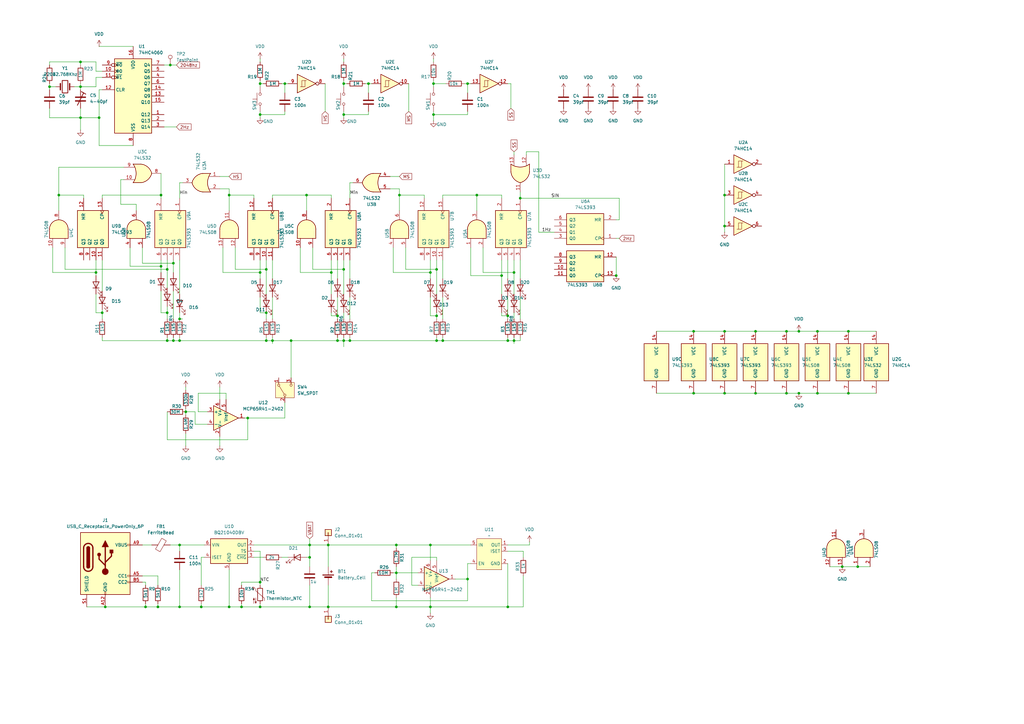
<source format=kicad_sch>
(kicad_sch (version 20250114) (generator "eeschema") (generator_version "9.0")
  (paper "A3")
  (title_block (title "BCD Clock") (date "2025-02-24") (rev "2") (company "Foxhood Designs") (comment 1 "TODO: Double Check logic") (comment 2 "TODO: Optimize PCB Layout for consistency."))
  (junction (at 73.66 248.92))
  (junction (at 179.07 110.49))
  (junction (at 68.58 110.49))
  (junction (at 327.66 161.29))
  (junction (at 327.66 135.89))
  (junction (at 210.82 111.76))
  (junction (at 208.28 248.92))
  (junction (at 106.68 34.29))
  (junction (at 134.62 248.92))
  (junction (at 127 248.92))
  (junction (at 106.68 248.92))
  (junction (at 20.32 35.56))
  (junction (at 351.79 232.41))
  (junction (at 138.43 139.7))
  (junction (at 41.91 128.27))
  (junction (at 138.43 129.54))
  (junction (at 140.97 34.29))
  (junction (at 213.36 81.28))
  (junction (at 40.64 48.26))
  (junction (at 33.02 35.56))
  (junction (at 284.48 161.29))
  (junction (at 297.18 135.89))
  (junction (at 99.06 248.92))
  (junction (at 109.22 110.49))
  (junction (at 151.13 34.29))
  (junction (at 140.97 110.49))
  (junction (at 335.28 161.29))
  (junction (at 93.98 248.92))
  (junction (at 176.53 223.52))
  (junction (at 135.89 111.76))
  (junction (at 111.76 139.7))
  (junction (at 143.51 139.7))
  (junction (at 297.18 161.29))
  (junction (at 73.66 139.7))
  (junction (at 162.56 223.52))
  (junction (at 162.56 234.95))
  (junction (at 179.07 129.54))
  (junction (at 322.58 135.89))
  (junction (at 252.73 113.03))
  (junction (at 109.22 128.27))
  (junction (at 163.83 80.01))
  (junction (at 322.58 161.29))
  (junction (at 101.6 171.45))
  (junction (at 109.22 139.7))
  (junction (at 24.13 80.01))
  (junction (at 309.88 135.89))
  (junction (at 106.68 111.76))
  (junction (at 69.85 26.67))
  (junction (at 66.04 109.22))
  (junction (at 208.28 139.7))
  (junction (at 33.02 25.4))
  (junction (at 71.12 139.7))
  (junction (at 347.98 161.29))
  (junction (at 284.48 135.89))
  (junction (at 59.69 248.92))
  (junction (at 309.88 161.29))
  (junction (at 176.53 111.76))
  (junction (at 297.18 80.01))
  (junction (at 71.12 107.95))
  (junction (at 93.98 80.01))
  (junction (at 68.58 139.7))
  (junction (at 76.2 168.91))
  (junction (at 191.77 237.49))
  (junction (at 106.68 46.99))
  (junction (at 335.28 135.89))
  (junction (at 125.73 80.01))
  (junction (at 179.07 139.7))
  (junction (at 210.82 139.7))
  (junction (at 73.66 223.52))
  (junction (at 134.62 223.52))
  (junction (at 191.77 34.29))
  (junction (at 345.44 232.41))
  (junction (at 205.74 113.03))
  (junction (at 68.58 128.27))
  (junction (at 66.04 80.01))
  (junction (at 73.66 130.81))
  (junction (at 43.18 248.92))
  (junction (at 127 228.6))
  (junction (at 176.53 248.92))
  (junction (at 64.77 248.92))
  (junction (at 208.28 129.54))
  (junction (at 140.97 139.7))
  (junction (at 119.38 139.7))
  (junction (at 116.84 34.29))
  (junction (at 297.18 92.71))
  (junction (at 195.58 80.01))
  (junction (at 162.56 248.92))
  (junction (at 106.68 238.76))
  (junction (at 82.55 248.92))
  (junction (at 347.98 135.89))
  (junction (at 127 223.52))
  (junction (at 181.61 139.7))
  (junction (at 33.02 48.26))
  (junction (at 39.37 111.76))
  (junction (at 140.97 46.99))
  (junction (at 177.8 46.99))
  (junction (at 177.8 34.29))
  (wire (pts (xy 140.97 139.7) (xy 143.51 139.7)))
  (wire (pts (xy 163.83 80.01) (xy 163.83 77.47)))
  (wire (pts (xy 143.51 139.7) (xy 179.07 139.7)))
  (wire (pts (xy 140.97 128.27) (xy 140.97 130.81)))
  (wire (pts (xy 93.98 77.47) (xy 93.98 80.01)))
  (wire (pts (xy 125.73 86.36) (xy 125.73 80.01)))
  (wire (pts (xy 34.29 80.01) (xy 34.29 81.28)))
  (wire (pts (xy 93.98 72.39) (xy 90.17 72.39)))
  (wire (pts (xy 80.01 173.99) (xy 80.01 168.91)))
  (wire (pts (xy 106.68 24.13) (xy 106.68 25.4)))
  (wire (pts (xy 49.53 83.82) (xy 49.53 73.66)))
  (wire (pts (xy 217.17 222.25) (xy 217.17 223.52)))
  (wire (pts (xy 179.07 138.43) (xy 179.07 139.7)))
  (wire (pts (xy 151.13 45.72) (xy 151.13 46.99)))
  (wire (pts (xy 176.53 251.46) (xy 176.53 248.92)))
  (wire (pts (xy 106.68 35.56) (xy 106.68 34.29)))
  (wire (pts (xy 193.04 101.6) (xy 193.04 113.03)))
  (wire (pts (xy 191.77 231.14) (xy 191.77 237.49)))
  (wire (pts (xy 140.97 34.29) (xy 142.24 34.29)))
  (wire (pts (xy 210.82 62.23) (xy 210.82 63.5)))
  (wire (pts (xy 55.88 86.36) (xy 55.88 83.82)))
  (wire (pts (xy 41.91 128.27) (xy 41.91 130.81)))
  (wire (pts (xy 162.56 234.95) (xy 171.45 234.95)))
  (wire (pts (xy 116.84 45.72) (xy 116.84 46.99)))
  (wire (pts (xy 91.44 101.6) (xy 91.44 111.76)))
  (wire (pts (xy 73.66 248.92) (xy 64.77 248.92)))
  (wire (pts (xy 127 223.52) (xy 134.62 223.52)))
  (wire (pts (xy 135.89 111.76) (xy 135.89 120.65)))
  (wire (pts (xy 24.13 86.36) (xy 24.13 80.01)))
  (wire (pts (xy 21.59 101.6) (xy 21.59 111.76)))
  (wire (pts (xy 327.66 161.29) (xy 335.28 161.29)))
  (wire (pts (xy 176.53 223.52) (xy 176.53 229.87)))
  (wire (pts (xy 40.64 36.83) (xy 40.64 48.26)))
  (wire (pts (xy 76.2 158.75) (xy 76.2 160.02)))
  (wire (pts (xy 205.74 80.01) (xy 205.74 81.28)))
  (wire (pts (xy 191.77 34.29) (xy 193.04 34.29)))
  (wire (pts (xy 208.28 129.54) (xy 208.28 130.81)))
  (wire (pts (xy 99.06 247.65) (xy 99.06 248.92)))
  (wire (pts (xy 59.69 238.76) (xy 59.69 240.03)))
  (wire (pts (xy 191.77 45.72) (xy 191.77 46.99)))
  (wire (pts (xy 177.8 33.02) (xy 177.8 34.29)))
  (wire (pts (xy 104.14 226.06) (xy 106.68 226.06)))
  (wire (pts (xy 143.51 74.93) (xy 143.51 81.28)))
  (wire (pts (xy 21.59 111.76) (xy 39.37 111.76)))
  (wire (pts (xy 347.98 161.29) (xy 359.41 161.29)))
  (wire (pts (xy 73.66 130.81) (xy 74.93 130.81)))
  (wire (pts (xy 269.24 135.89) (xy 284.48 135.89)))
  (wire (pts (xy 297.18 67.31) (xy 297.18 80.01)))
  (wire (pts (xy 181.61 106.68) (xy 181.61 114.3)))
  (wire (pts (xy 39.37 31.75) (xy 39.37 35.56)))
  (wire (pts (xy 176.53 129.54) (xy 176.53 121.92)))
  (wire (pts (xy 99.06 248.92) (xy 106.68 248.92)))
  (wire (pts (xy 106.68 46.99) (xy 116.84 46.99)))
  (wire (pts (xy 90.17 182.88) (xy 90.17 179.07)))
  (wire (pts (xy 347.98 135.89) (xy 359.41 135.89)))
  (wire (pts (xy 345.44 232.41) (xy 351.79 232.41)))
  (wire (pts (xy 208.28 106.68) (xy 208.28 114.3)))
  (wire (pts (xy 127 223.52) (xy 127 220.98)))
  (wire (pts (xy 80.01 173.99) (xy 85.09 173.99)))
  (wire (pts (xy 125.73 80.01) (xy 135.89 80.01)))
  (wire (pts (xy 67.31 26.67) (xy 69.85 26.67)))
  (wire (pts (xy 104.14 223.52) (xy 127 223.52)))
  (wire (pts (xy 66.04 71.12) (xy 66.04 80.01)))
  (wire (pts (xy 111.76 81.28) (xy 111.76 80.01)))
  (wire (pts (xy 26.67 110.49) (xy 68.58 110.49)))
  (wire (pts (xy 138.43 138.43) (xy 138.43 139.7)))
  (wire (pts (xy 106.68 240.03) (xy 106.68 238.76)))
  (wire (pts (xy 210.82 139.7) (xy 210.82 140.97)))
  (wire (pts (xy 191.77 231.14) (xy 193.04 231.14)))
  (wire (pts (xy 309.88 161.29) (xy 322.58 161.29)))
  (wire (pts (xy 115.57 34.29) (xy 116.84 34.29)))
  (wire (pts (xy 161.29 101.6) (xy 161.29 111.76)))
  (wire (pts (xy 179.07 229.87) (xy 179.07 228.6)))
  (wire (pts (xy 101.6 180.34) (xy 101.6 171.45)))
  (wire (pts (xy 177.8 34.29) (xy 182.88 34.29)))
  (wire (pts (xy 176.53 245.11) (xy 176.53 248.92)))
  (wire (pts (xy 340.36 232.41) (xy 345.44 232.41)))
  (wire (pts (xy 109.22 128.27) (xy 109.22 130.81)))
  (wire (pts (xy 140.97 106.68) (xy 140.97 110.49)))
  (wire (pts (xy 220.98 62.23) (xy 220.98 95.25)))
  (wire (pts (xy 176.53 248.92) (xy 208.28 248.92)))
  (wire (pts (xy 297.18 135.89) (xy 309.88 135.89)))
  (wire (pts (xy 205.74 113.03) (xy 193.04 113.03)))
  (wire (pts (xy 116.84 34.29) (xy 116.84 38.1)))
  (wire (pts (xy 73.66 223.52) (xy 83.82 223.52)))
  (wire (pts (xy 140.97 33.02) (xy 140.97 34.29)))
  (wire (pts (xy 208.28 226.06) (xy 214.63 226.06)))
  (wire (pts (xy 210.82 128.27) (xy 210.82 130.81)))
  (wire (pts (xy 104.14 228.6) (xy 107.95 228.6)))
  (wire (pts (xy 71.12 138.43) (xy 71.12 139.7)))
  (wire (pts (xy 96.52 101.6) (xy 96.52 110.49)))
  (wire (pts (xy 205.74 129.54) (xy 205.74 128.27)))
  (wire (pts (xy 111.76 106.68) (xy 111.76 114.3)))
  (wire (pts (xy 68.58 128.27) (xy 68.58 130.81)))
  (wire (pts (xy 149.86 34.29) (xy 151.13 34.29)))
  (wire (pts (xy 160.02 72.39) (xy 163.83 72.39)))
  (wire (pts (xy 177.8 45.72) (xy 177.8 46.99)))
  (wire (pts (xy 210.82 138.43) (xy 210.82 139.7)))
  (wire (pts (xy 179.07 129.54) (xy 179.07 130.81)))
  (wire (pts (xy 123.19 111.76) (xy 135.89 111.76)))
  (wire (pts (xy 30.48 35.56) (xy 33.02 35.56)))
  (wire (pts (xy 176.53 106.68) (xy 176.53 111.76)))
  (wire (pts (xy 20.32 35.56) (xy 22.86 35.56)))
  (wire (pts (xy 214.63 248.92) (xy 208.28 248.92)))
  (wire (pts (xy 41.91 106.68) (xy 41.91 119.38)))
  (wire (pts (xy 191.77 246.38) (xy 191.77 237.49)))
  (wire (pts (xy 134.62 223.52) (xy 162.56 223.52)))
  (wire (pts (xy 134.62 240.03) (xy 134.62 248.92)))
  (wire (pts (xy 161.29 111.76) (xy 176.53 111.76)))
  (wire (pts (xy 160.02 77.47) (xy 163.83 77.47)))
  (wire (pts (xy 167.64 34.29) (xy 167.64 45.72)))
  (wire (pts (xy 181.61 138.43) (xy 181.61 139.7)))
  (wire (pts (xy 181.61 81.28) (xy 181.61 80.01)))
  (wire (pts (xy 173.99 80.01) (xy 173.99 81.28)))
  (wire (pts (xy 43.18 248.92) (xy 59.69 248.92)))
  (wire (pts (xy 106.68 34.29) (xy 107.95 34.29)))
  (wire (pts (xy 284.48 161.29) (xy 297.18 161.29)))
  (wire (pts (xy 151.13 34.29) (xy 151.13 38.1)))
  (wire (pts (xy 20.32 34.29) (xy 20.32 35.56)))
  (wire (pts (xy 93.98 233.68) (xy 93.98 248.92)))
  (wire (pts (xy 322.58 135.89) (xy 327.66 135.89)))
  (wire (pts (xy 76.2 168.91) (xy 76.2 170.18)))
  (wire (pts (xy 93.98 248.92) (xy 99.06 248.92)))
  (wire (pts (xy 40.64 19.05) (xy 54.61 19.05)))
  (wire (pts (xy 66.04 106.68) (xy 66.04 109.22)))
  (wire (pts (xy 335.28 161.29) (xy 347.98 161.29)))
  (wire (pts (xy 39.37 128.27) (xy 41.91 128.27)))
  (wire (pts (xy 40.64 48.26) (xy 33.02 48.26)))
  (wire (pts (xy 58.42 236.22) (xy 64.77 236.22)))
  (wire (pts (xy 116.84 165.1) (xy 116.84 171.45)))
  (wire (pts (xy 73.66 233.68) (xy 73.66 248.92)))
  (wire (pts (xy 71.12 106.68) (xy 71.12 107.95)))
  (wire (pts (xy 20.32 25.4) (xy 33.02 25.4)))
  (wire (pts (xy 208.28 223.52) (xy 217.17 223.52)))
  (wire (pts (xy 20.32 48.26) (xy 20.32 44.45)))
  (wire (pts (xy 81.28 168.91) (xy 85.09 168.91)))
  (wire (pts (xy 41.91 31.75) (xy 39.37 31.75)))
  (wire (pts (xy 69.85 223.52) (xy 73.66 223.52)))
  (wire (pts (xy 106.68 226.06) (xy 106.68 238.76)))
  (wire (pts (xy 213.36 121.92) (xy 213.36 130.81)))
  (wire (pts (xy 39.37 35.56) (xy 33.02 35.56)))
  (wire (pts (xy 109.22 106.68) (xy 109.22 110.49)))
  (wire (pts (xy 82.55 247.65) (xy 82.55 248.92)))
  (wire (pts (xy 297.18 80.01) (xy 297.18 92.71)))
  (wire (pts (xy 33.02 48.26) (xy 33.02 53.34)))
  (wire (pts (xy 26.67 101.6) (xy 26.67 110.49)))
  (wire (pts (xy 177.8 34.29) (xy 177.8 35.56)))
  (wire (pts (xy 73.66 74.93) (xy 73.66 81.28)))
  (wire (pts (xy 140.97 110.49) (xy 140.97 120.65)))
  (wire (pts (xy 71.12 107.95) (xy 71.12 111.76)))
  (wire (pts (xy 168.91 240.03) (xy 171.45 240.03)))
  (wire (pts (xy 210.82 139.7) (xy 213.36 139.7)))
  (wire (pts (xy 166.37 101.6) (xy 166.37 110.49)))
  (wire (pts (xy 138.43 121.92) (xy 138.43 129.54)))
  (wire (pts (xy 24.13 80.01) (xy 24.13 68.58)))
  (wire (pts (xy 163.83 80.01) (xy 173.99 80.01)))
  (wire (pts (xy 127 223.52) (xy 127 228.6)))
  (wire (pts (xy 40.64 36.83) (xy 41.91 36.83)))
  (wire (pts (xy 41.91 127) (xy 41.91 128.27)))
  (wire (pts (xy 140.97 46.99) (xy 140.97 48.26)))
  (wire (pts (xy 106.68 48.26) (xy 106.68 46.99)))
  (wire (pts (xy 68.58 106.68) (xy 68.58 110.49)))
  (wire (pts (xy 309.88 135.89) (xy 322.58 135.89)))
  (wire (pts (xy 195.58 86.36) (xy 195.58 80.01)))
  (wire (pts (xy 67.31 52.07) (xy 72.39 52.07)))
  (wire (pts (xy 81.28 161.29) (xy 81.28 168.91)))
  (wire (pts (xy 76.2 168.91) (xy 80.01 168.91)))
  (wire (pts (xy 64.77 247.65) (xy 64.77 248.92)))
  (wire (pts (xy 82.55 228.6) (xy 82.55 240.03)))
  (wire (pts (xy 161.29 234.95) (xy 162.56 234.95)))
  (wire (pts (xy 208.28 231.14) (xy 208.28 248.92)))
  (wire (pts (xy 140.97 35.56) (xy 140.97 34.29)))
  (wire (pts (xy 109.22 138.43) (xy 109.22 139.7)))
  (wire (pts (xy 127 228.6) (xy 127 232.41)))
  (wire (pts (xy 40.64 59.69) (xy 54.61 59.69)))
  (wire (pts (xy 220.98 95.25) (xy 227.33 95.25)))
  (wire (pts (xy 91.44 111.76) (xy 106.68 111.76)))
  (wire (pts (xy 66.04 119.38) (xy 66.04 128.27)))
  (wire (pts (xy 198.12 101.6) (xy 198.12 111.76)))
  (wire (pts (xy 214.63 226.06) (xy 214.63 228.6)))
  (wire (pts (xy 73.66 138.43) (xy 73.66 139.7)))
  (wire (pts (xy 73.66 223.52) (xy 73.66 226.06)))
  (wire (pts (xy 99.06 238.76) (xy 106.68 238.76)))
  (wire (pts (xy 127 240.03) (xy 127 248.92)))
  (wire (pts (xy 106.68 247.65) (xy 106.68 248.92)))
  (wire (pts (xy 39.37 120.65) (xy 39.37 128.27)))
  (wire (pts (xy 106.68 248.92) (xy 127 248.92)))
  (wire (pts (xy 39.37 25.4) (xy 33.02 25.4)))
  (wire (pts (xy 111.76 139.7) (xy 119.38 139.7)))
  (wire (pts (xy 109.22 139.7) (xy 111.76 139.7)))
  (wire (pts (xy 205.74 106.68) (xy 205.74 113.03)))
  (wire (pts (xy 106.68 106.68) (xy 106.68 111.76)))
  (wire (pts (xy 41.91 80.01) (xy 66.04 80.01)))
  (wire (pts (xy 41.91 139.7) (xy 68.58 139.7)))
  (wire (pts (xy 33.02 25.4) (xy 33.02 26.67)))
  (wire (pts (xy 162.56 232.41) (xy 162.56 234.95)))
  (wire (pts (xy 68.58 125.73) (xy 68.58 128.27)))
  (wire (pts (xy 134.62 223.52) (xy 134.62 232.41)))
  (wire (pts (xy 109.22 110.49) (xy 109.22 120.65)))
  (wire (pts (xy 297.18 92.71) (xy 297.18 95.25)))
  (wire (pts (xy 254 81.28) (xy 213.36 81.28)))
  (wire (pts (xy 53.34 109.22) (xy 66.04 109.22)))
  (wire (pts (xy 68.58 110.49) (xy 68.58 118.11)))
  (wire (pts (xy 111.76 139.7) (xy 111.76 140.97)))
  (wire (pts (xy 162.56 224.79) (xy 162.56 223.52)))
  (wire (pts (xy 140.97 138.43) (xy 140.97 139.7)))
  (wire (pts (xy 138.43 106.68) (xy 138.43 114.3)))
  (wire (pts (xy 151.13 46.99) (xy 140.97 46.99)))
  (wire (pts (xy 151.13 34.29) (xy 152.4 34.29)))
  (wire (pts (xy 119.38 139.7) (xy 119.38 154.94)))
  (wire (pts (xy 33.02 35.56) (xy 33.02 36.83)))
  (wire (pts (xy 327.66 135.89) (xy 335.28 135.89)))
  (wire (pts (xy 20.32 35.56) (xy 20.32 36.83)))
  (wire (pts (xy 162.56 245.11) (xy 162.56 248.92)))
  (wire (pts (xy 71.12 139.7) (xy 73.66 139.7)))
  (wire (pts (xy 179.07 110.49) (xy 179.07 120.65)))
  (wire (pts (xy 135.89 106.68) (xy 135.89 111.76)))
  (wire (pts (xy 208.28 121.92) (xy 208.28 129.54)))
  (wire (pts (xy 58.42 101.6) (xy 58.42 107.95)))
  (wire (pts (xy 66.04 109.22) (xy 66.04 111.76)))
  (wire (pts (xy 351.79 232.41) (xy 356.87 232.41)))
  (wire (pts (xy 128.27 110.49) (xy 140.97 110.49)))
  (wire (pts (xy 106.68 128.27) (xy 109.22 128.27)))
  (wire (pts (xy 93.98 80.01) (xy 93.98 86.36)))
  (wire (pts (xy 49.53 73.66) (xy 50.8 73.66)))
  (wire (pts (xy 190.5 34.29) (xy 191.77 34.29)))
  (wire (pts (xy 181.61 121.92) (xy 181.61 130.81)))
  (wire (pts (xy 144.78 74.93) (xy 143.51 74.93)))
  (wire (pts (xy 143.51 106.68) (xy 143.51 114.3)))
  (wire (pts (xy 90.17 158.75) (xy 90.17 163.83)))
  (wire (pts (xy 101.6 171.45) (xy 100.33 171.45)))
  (wire (pts (xy 209.55 34.29) (xy 208.28 34.29)))
  (wire (pts (xy 92.71 163.83) (xy 92.71 161.29)))
  (wire (pts (xy 179.07 228.6) (xy 168.91 228.6)))
  (wire (pts (xy 252.73 90.17) (xy 254 90.17)))
  (wire (pts (xy 140.97 24.13) (xy 140.97 25.4)))
  (wire (pts (xy 210.82 111.76) (xy 198.12 111.76)))
  (wire (pts (xy 116.84 34.29) (xy 118.11 34.29)))
  (wire (pts (xy 90.17 77.47) (xy 93.98 77.47)))
  (wire (pts (xy 143.51 121.92) (xy 143.51 130.81)))
  (wire (pts (xy 106.68 111.76) (xy 106.68 114.3)))
  (wire (pts (xy 135.89 129.54) (xy 138.43 129.54)))
  (wire (pts (xy 111.76 80.01) (xy 125.73 80.01)))
  (wire (pts (xy 152.4 234.95) (xy 153.67 234.95)))
  (wire (pts (xy 41.91 81.28) (xy 41.91 80.01)))
  (wire (pts (xy 68.58 139.7) (xy 71.12 139.7)))
  (wire (pts (xy 35.56 248.92) (xy 43.18 248.92)))
  (wire (pts (xy 138.43 139.7) (xy 140.97 139.7)))
  (wire (pts (xy 41.91 138.43) (xy 41.91 139.7)))
  (wire (pts (xy 76.2 167.64) (xy 76.2 168.91)))
  (wire (pts (xy 179.07 139.7) (xy 181.61 139.7)))
  (wire (pts (xy 284.48 135.89) (xy 297.18 135.89)))
  (wire (pts (xy 176.53 129.54) (xy 179.07 129.54)))
  (wire (pts (xy 53.34 101.6) (xy 53.34 109.22)))
  (wire (pts (xy 76.2 177.8) (xy 76.2 182.88)))
  (wire (pts (xy 73.66 128.27) (xy 73.66 130.81)))
  (wire (pts (xy 59.69 248.92) (xy 64.77 248.92)))
  (wire (pts (xy 111.76 138.43) (xy 111.76 139.7)))
  (wire (pts (xy 74.93 74.93) (xy 73.66 74.93)))
  (wire (pts (xy 208.28 139.7) (xy 210.82 139.7)))
  (wire (pts (xy 191.77 34.29) (xy 191.77 38.1)))
  (wire (pts (xy 128.27 101.6) (xy 128.27 110.49)))
  (wire (pts (xy 73.66 248.92) (xy 82.55 248.92)))
  (wire (pts (xy 39.37 111.76) (xy 39.37 113.03)))
  (wire (pts (xy 39.37 106.68) (xy 39.37 111.76)))
  (wire (pts (xy 176.53 223.52) (xy 193.04 223.52)))
  (wire (pts (xy 58.42 223.52) (xy 62.23 223.52)))
  (wire (pts (xy 39.37 29.21) (xy 39.37 25.4)))
  (wire (pts (xy 179.07 128.27) (xy 179.07 129.54)))
  (wire (pts (xy 24.13 68.58) (xy 50.8 68.58)))
  (wire (pts (xy 162.56 234.95) (xy 162.56 237.49)))
  (wire (pts (xy 33.02 44.45) (xy 33.02 48.26)))
  (wire (pts (xy 115.57 228.6) (xy 118.11 228.6)))
  (wire (pts (xy 191.77 46.99) (xy 177.8 46.99)))
  (wire (pts (xy 71.12 119.38) (xy 71.12 130.81)))
  (wire (pts (xy 92.71 161.29) (xy 81.28 161.29)))
  (wire (pts (xy 69.85 26.67) (xy 72.39 26.67)))
  (wire (pts (xy 101.6 171.45) (xy 116.84 171.45)))
  (wire (pts (xy 140.97 45.72) (xy 140.97 46.99)))
  (wire (pts (xy 59.69 247.65) (xy 59.69 248.92)))
  (wire (pts (xy 24.13 80.01) (xy 34.29 80.01)))
  (wire (pts (xy 252.73 97.79) (xy 254 97.79)))
  (wire (pts (xy 83.82 228.6) (xy 82.55 228.6)))
  (wire (pts (xy 66.04 80.01) (xy 66.04 81.28)))
  (wire (pts (xy 40.64 59.69) (xy 40.64 48.26)))
  (wire (pts (xy 220.98 62.23) (xy 215.9 62.23)))
  (wire (pts (xy 205.74 113.03) (xy 205.74 120.65)))
  (wire (pts (xy 177.8 24.13) (xy 177.8 25.4)))
  (wire (pts (xy 106.68 45.72) (xy 106.68 46.99)))
  (wire (pts (xy 210.82 106.68) (xy 210.82 111.76)))
  (wire (pts (xy 254 90.17) (xy 254 81.28)))
  (wire (pts (xy 143.51 139.7) (xy 143.51 138.43)))
  (wire (pts (xy 168.91 228.6) (xy 168.91 240.03)))
  (wire (pts (xy 106.68 121.92) (xy 106.68 128.27)))
  (wire (pts (xy 106.68 33.02) (xy 106.68 34.29)))
  (wire (pts (xy 73.66 139.7) (xy 109.22 139.7)))
  (wire (pts (xy 55.88 83.82) (xy 49.53 83.82)))
  (wire (pts (xy 195.58 80.01) (xy 205.74 80.01)))
  (wire (pts (xy 99.06 240.03) (xy 99.06 238.76)))
  (wire (pts (xy 20.32 26.67) (xy 20.32 25.4)))
  (wire (pts (xy 181.61 80.01) (xy 195.58 80.01)))
  (wire (pts (xy 162.56 223.52) (xy 176.53 223.52)))
  (wire (pts (xy 163.83 86.36) (xy 163.83 80.01)))
  (wire (pts (xy 64.77 236.22) (xy 64.77 240.03)))
  (wire (pts (xy 213.36 106.68) (xy 213.36 114.3)))
  (wire (pts (xy 68.58 180.34) (xy 101.6 180.34)))
  (wire (pts (xy 335.28 135.89) (xy 347.98 135.89)))
  (wire (pts (xy 166.37 110.49) (xy 179.07 110.49)))
  (wire (pts (xy 82.55 248.92) (xy 93.98 248.92)))
  (wire (pts (xy 214.63 236.22) (xy 214.63 248.92)))
  (wire (pts (xy 123.19 101.6) (xy 123.19 111.76)))
  (wire (pts (xy 177.8 46.99) (xy 177.8 49.53)))
  (wire (pts (xy 152.4 234.95) (xy 152.4 246.38)))
  (wire (pts (xy 119.38 139.7) (xy 138.43 139.7)))
  (wire (pts (xy 138.43 129.54) (xy 138.43 130.81)))
  (wire (pts (xy 213.36 78.74) (xy 213.36 81.28)))
  (wire (pts (xy 58.42 238.76) (xy 59.69 238.76)))
  (wire (pts (xy 210.82 111.76) (xy 210.82 120.65)))
  (wire (pts (xy 213.36 138.43) (xy 213.36 139.7)))
  (wire (pts (xy 58.42 107.95) (xy 71.12 107.95)))
  (wire (pts (xy 33.02 35.56) (xy 33.02 34.29)))
  (wire (pts (xy 269.24 161.29) (xy 284.48 161.29)))
  (wire (pts (xy 68.58 138.43) (xy 68.58 139.7)))
  (wire (pts (xy 215.9 62.23) (xy 215.9 63.5)))
  (wire (pts (xy 33.02 48.26) (xy 20.32 48.26)))
  (wire (pts (xy 208.28 138.43) (xy 208.28 139.7)))
  (wire (pts (xy 125.73 228.6) (xy 127 228.6)))
  (wire (pts (xy 179.07 106.68) (xy 179.07 110.49)))
  (wire (pts (xy 73.66 106.68) (xy 73.66 120.65)))
  (wire (pts (xy 297.18 161.29) (xy 309.88 161.29)))
  (wire (pts (xy 322.58 161.29) (xy 327.66 161.29)))
  (wire (pts (xy 133.35 34.29) (xy 133.35 45.72)))
  (wire (pts (xy 191.77 237.49) (xy 186.69 237.49)))
  (wire (pts (xy 252.73 105.41) (xy 252.73 113.03)))
  (wire (pts (xy 135.89 129.54) (xy 135.89 128.27)))
  (wire (pts (xy 181.61 139.7) (xy 208.28 139.7)))
  (wire (pts (xy 66.04 128.27) (xy 68.58 128.27)))
  (wire (pts (xy 68.58 168.91) (xy 68.58 180.34)))
  (wire (pts (xy 209.55 34.29) (xy 209.55 44.45)))
  (wire (pts (xy 127 248.92) (xy 134.62 248.92)))
  (wire (pts (xy 162.56 248.92) (xy 176.53 248.92)))
  (wire (pts (xy 96.52 110.49) (xy 109.22 110.49)))
  (wire (pts (xy 93.98 80.01) (xy 104.14 80.01)))
  (wire (pts (xy 152.4 246.38) (xy 191.77 246.38)))
  (wire (pts (xy 104.14 80.01) (xy 104.14 81.28)))
  (wire (pts (xy 140.97 139.7) (xy 140.97 142.24)))
  (wire (pts (xy 176.53 111.76) (xy 176.53 114.3)))
  (wire (pts (xy 134.62 248.92) (xy 162.56 248.92)))
  (wire (pts (xy 41.91 29.21) (xy 39.37 29.21)))
  (wire (pts (xy 135.89 80.01) (xy 135.89 81.28)))
  (wire (pts (xy 111.76 121.92) (xy 111.76 130.81)))
  (wire (pts (xy 205.74 129.54) (xy 208.28 129.54)))
  (label "SIN" (at 226.06 81.28 0))
  (label "Hin" (at 73.66 80.01 0))
  (label "NTC" (at 106.68 238.76 0))
  (label "1Hz" (at 222.25 95.25 0))
  (label "Min" (at 143.51 80.01 0))
  (global_label "HS" (shape input) (at 93.98 72.39 0) (property "Intersheetrefs" "${INTERSHEET_REFS}" (effects (hide yes))))
  (global_label "SS" (shape input) (at 210.82 62.23 90) (property "Intersheetrefs" "${INTERSHEET_REFS}" (effects (hide yes))))
  (global_label "MS" (shape input) (at 163.83 72.39 0) (property "Intersheetrefs" "${INTERSHEET_REFS}" (effects (hide yes))))
  (global_label "2048hz" (shape input) (at 72.39 26.67 0) (property "Intersheetrefs" "${INTERSHEET_REFS}" (effects (hide yes))))
  (global_label "VBAT" (shape input) (at 127 220.98 90) (property "Intersheetrefs" "${INTERSHEET_REFS}" (effects (hide yes))))
  (global_label "2Hz" (shape input) (at 72.39 52.07 0) (property "Intersheetrefs" "${INTERSHEET_REFS}" (effects (hide yes))))
  (global_label "SS" (shape input) (at 209.55 44.45 270) (property "Intersheetrefs" "${INTERSHEET_REFS}" (effects (hide yes))))
  (global_label "MS" (shape input) (at 167.64 45.72 270) (property "Intersheetrefs" "${INTERSHEET_REFS}" (effects (hide yes))))
  (global_label "2Hz" (shape input) (at 254 97.79 0) (property "Intersheetrefs" "${INTERSHEET_REFS}" (effects (hide yes))))
  (global_label "HS" (shape input) (at 133.35 45.72 270) (property "Intersheetrefs" "${INTERSHEET_REFS}" (effects (hide yes))))
  (symbol (lib_id "SparkFun-Switch:SPST_Push_PTH_RA_7.4x4.3mm") (at 140.97 40.64 90) (unit 1)
    (property "Reference" "SW2" (at 138.684 43.18 0))
    (property "Value" "PTH_RA_7.4x4.3mm" (effects (hide yes)))
    (property "Footprint" "Button_Switch_SMD:SW_Push_1P1T_NO_Vertical_Wuerth_434133025816" (effects (hide yes)))
    (property "Datasheet" "http://cdn.sparkfun.com/datasheets/Components/Switches/SW016.JPG" (effects (hide yes)))
    (property "Description" "Single Pole Single Throw (SPST) switch" (effects (hide yes)))
    (property "PROD_ID" "SWCH-10672" (effects (hide yes)))
  )
  (symbol (lib_id "Device:R") (at 109.22 134.62 0) (unit 1)
    (property "Reference" "R5" (at 107.188 136.652 90) (effects (justify left)))
    (property "Value" "1k5" (at 109.22 136.144 90) (effects (justify left)))
    (property "Footprint" "Resistor_SMD:R_0805_2012Metric_Pad1.20x1.40mm_HandSolder" (effects (hide yes)))
    (property "Description" "Resistor" (effects (hide yes)))
  )
  (symbol (lib_id "Switch:SW_SPDT") (at 116.84 160.02 90) (unit 1)
    (property "Reference" "SW4" (at 121.92 158.7499 90) (effects (justify right)))
    (property "Value" "SW_SPDT" (at 121.92 161.2899 90) (effects (justify right)))
    (property "Footprint" "Button_Switch_SMD:SW_SPDT_PCM12" (effects (hide yes)))
    (property "Description" "Switch, single pole double throw" (effects (hide yes)))
  )
  (symbol (lib_id "74xx:74LS393") (at 240.03 95.25 180) (unit 1)
    (property "Reference" "U6" (at 240.03 82.55 0))
    (property "Value" "74LS393" (at 240.03 85.09 0))
    (property "Footprint" "Package_SO:SO-14_3.9x8.65mm_P1.27mm" (effects (hide yes)))
    (property "Datasheet" "74xx\\74LS393.pdf" (effects (hide yes)))
    (property "Description" "Dual BCD 4-bit counter" (effects (hide yes)))
  )
  (symbol (lib_id "Device:C") (at 151.13 41.91 0) (unit 1)
    (property "Reference" "C2" (at 154.94 40.6399 0) (effects (justify left)))
    (property "Value" "100n" (at 154.94 43.1799 0) (effects (justify left)))
    (property "Footprint" "Capacitor_SMD:C_0805_2012Metric_Pad1.18x1.45mm_HandSolder" (effects (hide yes)))
    (property "Description" "Unpolarized capacitor" (effects (hide yes)))
  )
  (symbol (lib_id "Device:R") (at 186.69 34.29 90) (unit 1)
    (property "Reference" "R20" (at 184.404 33.02 0) (effects (justify left)))
    (property "Value" "10k" (at 187.96 34.29 90) (effects (justify left)))
    (property "Footprint" "Resistor_SMD:R_0805_2012Metric_Pad1.20x1.40mm_HandSolder" (effects (hide yes)))
    (property "Description" "Resistor" (effects (hide yes)))
  )
  (symbol (lib_id "power:GND") (at 176.53 251.46 0) (unit 1)
    (property "Reference" "#PWR014" (effects (hide yes)))
    (property "Value" "GND" (at 176.53 256.54 0))
    (property "Description" "Power symbol creates a global label with name \"GND\" , ground" (effects (hide yes)))
  )
  (symbol (lib_id "SparkFun-Switch:SPST_Push_PTH_RA_7.4x4.3mm") (at 177.8 40.64 90) (unit 1)
    (property "Reference" "SW1" (at 175.514 43.18 0))
    (property "Value" "PTH_RA_7.4x4.3mm" (effects (hide yes)))
    (property "Footprint" "Button_Switch_SMD:SW_Push_1P1T_NO_Vertical_Wuerth_434133025816" (effects (hide yes)))
    (property "Datasheet" "http://cdn.sparkfun.com/datasheets/Components/Switches/SW016.JPG" (effects (hide yes)))
    (property "Description" "Single Pole Single Throw (SPST) switch" (effects (hide yes)))
    (property "PROD_ID" "SWCH-10672" (effects (hide yes)))
  )
  (symbol (lib_id "Device:R") (at 162.56 241.3 0) (unit 1)
    (property "Reference" "R32" (at 164.846 243.332 90) (effects (justify left)))
    (property "Value" "1M" (at 162.56 243.586 90) (effects (justify left)))
    (property "Footprint" "Resistor_SMD:R_0805_2012Metric_Pad1.20x1.40mm_HandSolder" (effects (hide yes)))
    (property "Description" "Resistor" (effects (hide yes)))
  )
  (symbol (lib_id "power:GND") (at 345.44 232.41 0) (unit 1)
    (property "Reference" "#PWR06" (effects (hide yes)))
    (property "Value" "GND" (at 345.44 237.49 0))
    (property "Description" "Power symbol creates a global label with name \"GND\" , ground" (effects (hide yes)))
  )
  (symbol (lib_id "74xx:74LS393") (at 269.24 148.59 0) (unit 3)
    (property "Reference" "U9" (at 275.59 147.3199 0) (effects (justify left)))
    (property "Value" "74LS393" (at 275.59 149.8599 0) (effects (justify left)))
    (property "Footprint" "Package_SO:SO-14_3.9x8.65mm_P1.27mm" (effects (hide yes)))
    (property "Datasheet" "74xx\\74LS393.pdf" (effects (hide yes)))
    (property "Description" "Dual BCD 4-bit counter" (effects (hide yes)))
  )
  (symbol (lib_id "74xx:74LS393") (at 71.12 93.98 270) (unit 1)
    (property "Reference" "U9" (at 77.47 86.614 0) (effects (justify left)))
    (property "Value" "74LS393" (at 77.47 93.472 0) (effects (justify left)))
    (property "Footprint" "Package_SO:SO-14_3.9x8.65mm_P1.27mm" (effects (hide yes)))
    (property "Datasheet" "74xx\\74LS393.pdf" (effects (hide yes)))
    (property "Description" "Dual BCD 4-bit counter" (effects (hide yes)))
  )
  (symbol (lib_id "Connector_Generic:Conn_01x01") (at 134.62 254 270) (unit 1)
    (property "Reference" "J3" (at 137.16 252.7299 90) (effects (justify left)))
    (property "Value" "Conn_01x01" (at 137.16 255.2699 90) (effects (justify left)))
    (property "Footprint" "Connector_Wire:SolderWirePad_1x01_SMD_1x2mm" (effects (hide yes)))
    (property "Description" "Generic connector, single row, 01x01, script generated (kicad-library-utils/schlib/autogen/connector/)" (effects (hide yes)))
  )
  (symbol (lib_id "74xx:74LS32") (at 213.36 71.12 270) (unit 4)
    (property "Reference" "U3" (at 218.44 69.8499 90) (effects (justify left)))
    (property "Value" "74LS32" (at 218.44 72.3899 90) (effects (justify left)))
    (property "Footprint" "Package_SO:SO-14_3.9x8.65mm_P1.27mm" (effects (hide yes)))
    (property "Datasheet" "http://www.ti.com/lit/gpn/sn74LS32" (effects (hide yes)))
    (property "Description" "Quad 2-input OR" (effects (hide yes)))
  )
  (symbol (lib_id "power:VDD") (at 106.68 24.13 0) (unit 1)
    (property "Reference" "#PWR08" (effects (hide yes)))
    (property "Value" "VDD" (at 106.68 19.05 0))
    (property "Description" "Power symbol creates a global label with name \"VDD\"" (effects (hide yes)))
  )
  (symbol (lib_id "Device:R") (at 213.36 134.62 0) (unit 1)
    (property "Reference" "R16" (at 215.392 136.398 90) (effects (justify left)))
    (property "Value" "1k5" (at 213.36 136.144 90) (effects (justify left)))
    (property "Footprint" "Resistor_SMD:R_0805_2012Metric_Pad1.20x1.40mm_HandSolder" (effects (hide yes)))
    (property "Description" "Resistor" (effects (hide yes)))
  )
  (symbol (lib_id "Connector:USB_C_Receptacle_PowerOnly_6P") (at 43.18 231.14 0) (unit 1)
    (property "Reference" "J1" (at 43.18 213.36 0))
    (property "Value" "USB_C_Receptacle_PowerOnly_6P" (at 43.18 215.9 0))
    (property "Footprint" "FHD-KiCad-Connectors:USB_C_Receptacle_USB4130" (effects (hide yes)))
    (property "Datasheet" "https://www.usb.org/sites/default/files/documents/usb_type-c.zip" (effects (hide yes)))
    (property "Description" "USB Power-Only 6P Type-C Receptacle connector" (effects (hide yes)))
  )
  (symbol (lib_id "Device:Crystal") (at 26.67 35.56 0) (unit 1)
    (property "Reference" "Y1" (at 26.67 27.94 0))
    (property "Value" "32.768Khz" (at 26.67 30.48 0))
    (property "Footprint" "Crystal:Crystal_C26-LF_D2.1mm_L6.5mm_Horizontal_1EP_style2" (effects (hide yes)))
    (property "Description" "Two pin crystal" (effects (hide yes)))
  )
  (symbol (lib_id "74xx:74LS393") (at 284.48 148.59 0) (unit 3)
    (property "Reference" "U8" (at 290.83 147.3199 0) (effects (justify left)))
    (property "Value" "74LS393" (at 290.83 149.8599 0) (effects (justify left)))
    (property "Footprint" "Package_SO:SO-14_3.9x8.65mm_P1.27mm" (effects (hide yes)))
    (property "Datasheet" "74xx\\74LS393.pdf" (effects (hide yes)))
    (property "Description" "Dual BCD 4-bit counter" (effects (hide yes)))
  )
  (symbol (lib_id "power:GND") (at 90.17 182.88 0) (unit 1)
    (property "Reference" "#PWR02" (effects (hide yes)))
    (property "Value" "GND" (at 90.17 187.96 0))
    (property "Description" "Power symbol creates a global label with name \"GND\" , ground" (effects (hide yes)))
  )
  (symbol (lib_id "Device:LED") (at 106.68 118.11 90) (unit 1)
    (property "Reference" "D5" (at 102.87 115.824 90) (effects (justify right)))
    (property "Value" "LED" (effects (hide yes)))
    (property "Footprint" "LED_SMD:LED_1206_3216Metric_Pad1.42x1.75mm_HandSolder" (effects (hide yes)))
    (property "Description" "Light emitting diode" (effects (hide yes)))
  )
  (symbol (lib_id "Device:LED") (at 109.22 124.46 90) (unit 1)
    (property "Reference" "D11" (at 104.902 127 90) (effects (justify right)))
    (property "Value" "LED" (effects (hide yes)))
    (property "Footprint" "LED_SMD:LED_1206_3216Metric_Pad1.42x1.75mm_HandSolder" (effects (hide yes)))
    (property "Description" "Light emitting diode" (effects (hide yes)))
  )
  (symbol (lib_id "74xx:74LS393") (at 297.18 148.59 0) (unit 3)
    (property "Reference" "U7" (at 303.53 147.3199 0) (effects (justify left)))
    (property "Value" "74LS393" (at 303.53 149.8599 0) (effects (justify left)))
    (property "Footprint" "Package_SO:SO-14_3.9x8.65mm_P1.27mm" (effects (hide yes)))
    (property "Datasheet" "74xx\\74LS393.pdf" (effects (hide yes)))
    (property "Description" "Dual BCD 4-bit counter" (effects (hide yes)))
  )
  (symbol (lib_id "power:VDD") (at 76.2 158.75 0) (unit 1)
    (property "Reference" "#PWR010" (effects (hide yes)))
    (property "Value" "VDD" (at 76.2 153.67 0))
    (property "Description" "Power symbol creates a global label with name \"VDD\"" (effects (hide yes)))
  )
  (symbol (lib_id "Device:R") (at 162.56 228.6 0) (unit 1)
    (property "Reference" "R31" (at 164.846 230.632 90) (effects (justify left)))
    (property "Value" "1.7M" (at 162.56 230.886 90) (effects (justify left)))
    (property "Footprint" "Resistor_SMD:R_0805_2012Metric_Pad1.20x1.40mm_HandSolder" (effects (hide yes)))
    (property "Description" "Resistor" (effects (hide yes)))
  )
  (symbol (lib_id "74xx:74HC14") (at 304.8 92.71 0) (unit 3)
    (property "Reference" "U2" (at 304.8 83.82 0))
    (property "Value" "74HC14" (at 304.8 86.36 0))
    (property "Footprint" "Package_SO:SO-14_3.9x8.65mm_P1.27mm" (effects (hide yes)))
    (property "Datasheet" "http://www.ti.com/lit/gpn/sn74HC14" (effects (hide yes)))
    (property "Description" "Hex inverter schmitt trigger" (effects (hide yes)))
  )
  (symbol (lib_id "74xx:74LS08") (at 163.83 93.98 90) (unit 2)
    (property "Reference" "U5" (at 158.75 93.726 0) (effects (justify right)))
    (property "Value" "74LS08" (at 169.164 90.678 0) (effects (justify right)))
    (property "Footprint" "Package_SO:SO-14_3.9x8.65mm_P1.27mm" (effects (hide yes)))
    (property "Datasheet" "http://www.ti.com/lit/gpn/sn74LS08" (effects (hide yes)))
    (property "Description" "Quad And2" (effects (hide yes)))
  )
  (symbol (lib_id "74xx:74HC14") (at 359.41 148.59 0) (unit 7)
    (property "Reference" "U2" (at 365.76 147.3199 0) (effects (justify left)))
    (property "Value" "74HC14" (at 365.76 149.8599 0) (effects (justify left)))
    (property "Footprint" "Package_SO:SO-14_3.9x8.65mm_P1.27mm" (effects (hide yes)))
    (property "Datasheet" "http://www.ti.com/lit/gpn/sn74HC14" (effects (hide yes)))
    (property "Description" "Hex inverter schmitt trigger" (effects (hide yes)))
  )
  (symbol (lib_id "74xx:74LS08") (at 55.88 93.98 90) (unit 2)
    (property "Reference" "U4" (at 50.8 93.218 0) (effects (justify right)))
    (property "Value" "74LS08" (at 60.96 90.678 0) (effects (justify right)))
    (property "Footprint" "Package_SO:SO-14_3.9x8.65mm_P1.27mm" (effects (hide yes)))
    (property "Datasheet" "http://www.ti.com/lit/gpn/sn74LS08" (effects (hide yes)))
    (property "Description" "Quad And2" (effects (hide yes)))
  )
  (symbol (lib_id "Device:R") (at 20.32 30.48 180) (unit 1)
    (property "Reference" "R24" (at 18.288 32.004 90))
    (property "Value" "220k" (at 20.32 30.48 0))
    (property "Footprint" "Resistor_SMD:R_0805_2012Metric_Pad1.20x1.40mm_HandSolder" (effects (hide yes)))
    (property "Description" "Resistor" (effects (hide yes)))
  )
  (symbol (lib_id "Device:R") (at 146.05 34.29 90) (unit 1)
    (property "Reference" "R21" (at 143.764 33.02 0) (effects (justify left)))
    (property "Value" "1M" (at 147.574 34.29 90) (effects (justify left)))
    (property "Footprint" "Resistor_SMD:R_0805_2012Metric_Pad1.20x1.40mm_HandSolder" (effects (hide yes)))
    (property "Description" "Resistor" (effects (hide yes)))
  )
  (symbol (lib_id "Device:R") (at 138.43 134.62 0) (unit 1)
    (property "Reference" "R2" (at 136.398 136.652 90) (effects (justify left)))
    (property "Value" "1k5" (at 138.43 136.144 90) (effects (justify left)))
    (property "Footprint" "Resistor_SMD:R_0805_2012Metric_Pad1.20x1.40mm_HandSolder" (effects (hide yes)))
    (property "Description" "Resistor" (effects (hide yes)))
  )
  (symbol (lib_id "power:VDD") (at 251.46 36.83 0) (unit 1)
    (property "Reference" "#PWR024" (effects (hide yes)))
    (property "Value" "VDD" (at 251.46 31.75 0))
    (property "Description" "Power symbol creates a global label with name \"VDD\"" (effects (hide yes)))
  )
  (symbol (lib_id "power:GND") (at 106.68 48.26 0) (unit 1)
    (property "Reference" "#PWR09" (effects (hide yes)))
    (property "Value" "GND" (at 109.982 49.784 0))
    (property "Description" "Power symbol creates a global label with name \"GND\" , ground" (effects (hide yes)))
  )
  (symbol (lib_id "Device:FerriteBead") (at 66.04 223.52 90) (unit 1)
    (property "Reference" "FB1" (at 65.9892 215.9 90))
    (property "Value" "FerriteBead" (at 65.9892 218.44 90))
    (property "Footprint" "Inductor_SMD:L_0805_2012Metric_Pad1.15x1.40mm_HandSolder" (effects (hide yes)))
    (property "Description" "Ferrite bead" (effects (hide yes)))
  )
  (symbol (lib_id "Device:R") (at 99.06 243.84 0) (unit 1)
    (property "Reference" "R34" (at 100.33 241.554 0) (effects (justify left)))
    (property "Value" "10k" (at 99.06 245.364 90) (effects (justify left)))
    (property "Footprint" "Resistor_SMD:R_0805_2012Metric_Pad1.20x1.40mm_HandSolder" (effects (hide yes)))
    (property "Description" "Resistor" (effects (hide yes)))
  )
  (symbol (lib_id "74xx:74LS08") (at 335.28 148.59 0) (unit 5)
    (property "Reference" "U4" (at 341.63 147.3199 0) (effects (justify left)))
    (property "Value" "74LS08" (at 341.63 149.8599 0) (effects (justify left)))
    (property "Footprint" "Package_SO:SO-14_3.9x8.65mm_P1.27mm" (effects (hide yes)))
    (property "Datasheet" "http://www.ti.com/lit/gpn/sn74LS08" (effects (hide yes)))
    (property "Description" "Quad And2" (effects (hide yes)))
  )
  (symbol (lib_id "74xx:74LS08") (at 24.13 93.98 270) (mirror x) (unit 3)
    (property "Reference" "U4" (at 29.21 93.472 0) (effects (justify right)))
    (property "Value" "74LS08" (at 19.05 90.424 0) (effects (justify right)))
    (property "Footprint" "Package_SO:SO-14_3.9x8.65mm_P1.27mm" (effects (hide yes)))
    (property "Datasheet" "http://www.ti.com/lit/gpn/sn74LS08" (effects (hide yes)))
    (property "Description" "Quad And2" (effects (hide yes)))
  )
  (symbol (lib_id "power:VDD") (at 241.3 36.83 0) (unit 1)
    (property "Reference" "#PWR019" (effects (hide yes)))
    (property "Value" "VDD" (at 241.3 31.75 0))
    (property "Description" "Power symbol creates a global label with name \"VDD\"" (effects (hide yes)))
  )
  (symbol (lib_id "74xx:74LS08") (at 125.73 93.98 270) (mirror x) (unit 3)
    (property "Reference" "U5" (at 120.65 92.7182 90) (effects (justify right)))
    (property "Value" "74LS08" (at 120.65 95.2582 90) (effects (justify right)))
    (property "Footprint" "Package_SO:SO-14_3.9x8.65mm_P1.27mm" (effects (hide yes)))
    (property "Datasheet" "http://www.ti.com/lit/gpn/sn74LS08" (effects (hide yes)))
    (property "Description" "Quad And2" (effects (hide yes)))
  )
  (symbol (lib_id "power:VDD") (at 217.17 222.25 0) (unit 1)
    (property "Reference" "#PWR015" (effects (hide yes)))
    (property "Value" "VDD" (at 217.17 217.17 0))
    (property "Description" "Power symbol creates a global label with name \"VDD\"" (effects (hide yes)))
  )
  (symbol (lib_id "power:GND") (at 327.66 161.29 0) (unit 1)
    (property "Reference" "#PWR039" (effects (hide yes)))
    (property "Value" "GND" (at 327.66 166.37 0))
    (property "Description" "Power symbol creates a global label with name \"GND\" , ground" (effects (hide yes)))
  )
  (symbol (lib_id "Device:R") (at 143.51 134.62 0) (unit 1)
    (property "Reference" "R14" (at 145.796 136.652 90) (effects (justify left)))
    (property "Value" "1k5" (at 143.51 136.144 90) (effects (justify left)))
    (property "Footprint" "Resistor_SMD:R_0805_2012Metric_Pad1.20x1.40mm_HandSolder" (effects (hide yes)))
    (property "Description" "Resistor" (effects (hide yes)))
  )
  (symbol (lib_id "Device:LED") (at 140.97 124.46 90) (unit 1)
    (property "Reference" "D12" (at 142.24 124.46 90) (effects (justify right)))
    (property "Value" "LED" (effects (hide yes)))
    (property "Footprint" "LED_SMD:LED_1206_3216Metric_Pad1.42x1.75mm_HandSolder" (effects (hide yes)))
    (property "Description" "Light emitting diode" (effects (hide yes)))
  )
  (symbol (lib_id "Device:LED") (at 205.74 124.46 90) (unit 1)
    (property "Reference" "D3" (at 205.74 122.174 90) (effects (justify right)))
    (property "Value" "LED" (effects (hide yes)))
    (property "Footprint" "LED_SMD:LED_1206_3216Metric_Pad1.42x1.75mm_HandSolder" (effects (hide yes)))
    (property "Description" "Light emitting diode" (effects (hide yes)))
  )
  (symbol (lib_id "power:VDD") (at 327.66 135.89 0) (unit 1)
    (property "Reference" "#PWR038" (effects (hide yes)))
    (property "Value" "VDD" (at 327.66 130.81 0))
    (property "Description" "Power symbol creates a global label with name \"VDD\"" (effects (hide yes)))
  )
  (symbol (lib_id "Device:LED") (at 68.58 121.92 90) (unit 1)
    (property "Reference" "D4" (at 72.39 123.5074 90) (effects (justify right)))
    (property "Value" "LED" (effects (hide yes)))
    (property "Footprint" "LED_SMD:LED_1206_3216Metric_Pad1.42x1.75mm_HandSolder" (effects (hide yes)))
    (property "Description" "Light emitting diode" (effects (hide yes)))
  )
  (symbol (lib_id "Device:LED") (at 73.66 124.46 90) (unit 1)
    (property "Reference" "D16" (at 77.47 126.0474 90) (effects (justify right)))
    (property "Value" "LED" (effects (hide yes)))
    (property "Footprint" "LED_SMD:LED_1206_3216Metric_Pad1.42x1.75mm_HandSolder" (effects (hide yes)))
    (property "Description" "Light emitting diode" (effects (hide yes)))
  )
  (symbol (lib_id "Device:R") (at 73.66 134.62 0) (unit 1)
    (property "Reference" "R12" (at 75.692 136.652 90) (effects (justify left)))
    (property "Value" "1k5" (at 73.66 136.144 90) (effects (justify left)))
    (property "Footprint" "Resistor_SMD:R_0805_2012Metric_Pad1.20x1.40mm_HandSolder" (effects (hide yes)))
    (property "Description" "Resistor" (effects (hide yes)))
  )
  (symbol (lib_id "Device:R") (at 59.69 243.84 0) (unit 1)
    (property "Reference" "R9" (at 60.96 241.554 0) (effects (justify left)))
    (property "Value" "5k1" (at 59.69 245.364 90) (effects (justify left)))
    (property "Footprint" "Resistor_SMD:R_0805_2012Metric_Pad1.20x1.40mm_HandSolder" (effects (hide yes)))
    (property "Description" "Resistor" (effects (hide yes)))
  )
  (symbol (lib_id "Device:C") (at 73.66 229.87 0) (unit 1)
    (property "Reference" "C11" (at 77.47 228.5999 0) (effects (justify left)))
    (property "Value" "100n" (at 77.47 231.1399 0) (effects (justify left)))
    (property "Footprint" "Capacitor_SMD:C_0805_2012Metric_Pad1.18x1.45mm_HandSolder" (effects (hide yes)))
    (property "Description" "Unpolarized capacitor" (effects (hide yes)))
  )
  (symbol (lib_id "Device:R") (at 111.76 34.29 90) (unit 1)
    (property "Reference" "R22" (at 109.474 33.02 0) (effects (justify left)))
    (property "Value" "1M" (at 113.284 34.29 90) (effects (justify left)))
    (property "Footprint" "Resistor_SMD:R_0805_2012Metric_Pad1.20x1.40mm_HandSolder" (effects (hide yes)))
    (property "Description" "Resistor" (effects (hide yes)))
  )
  (symbol (lib_id "Device:R") (at 179.07 134.62 0) (unit 1)
    (property "Reference" "R7" (at 177.038 136.398 90) (effects (justify left)))
    (property "Value" "1k5" (at 179.07 136.144 90) (effects (justify left)))
    (property "Footprint" "Resistor_SMD:R_0805_2012Metric_Pad1.20x1.40mm_HandSolder" (effects (hide yes)))
    (property "Description" "Resistor" (effects (hide yes)))
  )
  (symbol (lib_id "Device:LED") (at 210.82 124.46 90) (unit 1)
    (property "Reference" "D14" (at 210.82 122.174 90) (effects (justify right)))
    (property "Value" "LED" (effects (hide yes)))
    (property "Footprint" "LED_SMD:LED_1206_3216Metric_Pad1.42x1.75mm_HandSolder" (effects (hide yes)))
    (property "Description" "Light emitting diode" (effects (hide yes)))
  )
  (symbol (lib_id "Connector_Generic:Conn_01x01") (at 134.62 218.44 90) (unit 1)
    (property "Reference" "J2" (at 137.16 217.1699 90) (effects (justify right)))
    (property "Value" "Conn_01x01" (at 137.16 219.7099 90) (effects (justify right)))
    (property "Footprint" "Connector_Wire:SolderWirePad_1x01_SMD_1x2mm" (effects (hide yes)))
    (property "Description" "Generic connector, single row, 01x01, script generated (kicad-library-utils/schlib/autogen/connector/)" (effects (hide yes)))
  )
  (symbol (lib_id "power:GND") (at 33.02 53.34 0) (unit 1)
    (property "Reference" "#PWR01" (effects (hide yes)))
    (property "Value" "GND" (at 33.02 58.42 0))
    (property "Description" "Power symbol creates a global label with name \"GND\" , ground" (effects (hide yes)))
  )
  (symbol (lib_id "power:GND") (at 177.8 49.53 0) (unit 1)
    (property "Reference" "#PWR022" (effects (hide yes)))
    (property "Value" "GND" (at 181.102 51.054 0))
    (property "Description" "Power symbol creates a global label with name \"GND\" , ground" (effects (hide yes)))
  )
  (symbol (lib_id "Device:C") (at 241.3 40.64 0) (unit 1)
    (property "Reference" "C9" (at 245.11 39.3699 0) (effects (justify left)))
    (property "Value" "39pf" (at 245.11 41.9099 0) (effects (justify left)))
    (property "Footprint" "Capacitor_SMD:C_0805_2012Metric_Pad1.18x1.45mm_HandSolder" (effects (hide yes)))
    (property "Description" "Unpolarized capacitor" (effects (hide yes)))
  )
  (symbol (lib_id "Device:Thermistor_NTC") (at 106.68 243.84 0) (unit 1)
    (property "Reference" "TH1" (at 109.22 242.8874 0) (effects (justify left)))
    (property "Value" "Thermistor_NTC" (at 109.22 245.4274 0) (effects (justify left)))
    (property "Footprint" "Connector_Wire:SolderWirePad_1x01_SMD_1x2mm" (effects (hide yes)))
    (property "Description" "Temperature dependent resistor, negative temperature coefficient" (effects (hide yes)))
  )
  (symbol (lib_id "Device:R") (at 140.97 134.62 0) (unit 1)
    (property "Reference" "R6" (at 139.954 132.08 90) (effects (justify left)))
    (property "Value" "1k5" (at 140.97 136.144 90) (effects (justify left)))
    (property "Footprint" "Resistor_SMD:R_0805_2012Metric_Pad1.20x1.40mm_HandSolder" (effects (hide yes)))
    (property "Description" "Resistor" (effects (hide yes)))
  )
  (symbol (lib_id "74xx:74HC14") (at 304.8 80.01 0) (unit 2)
    (property "Reference" "U2" (at 304.8 71.12 0))
    (property "Value" "74HC14" (at 304.8 73.66 0))
    (property "Footprint" "Package_SO:SO-14_3.9x8.65mm_P1.27mm" (effects (hide yes)))
    (property "Datasheet" "http://www.ti.com/lit/gpn/sn74HC14" (effects (hide yes)))
    (property "Description" "Hex inverter schmitt trigger" (effects (hide yes)))
  )
  (symbol (lib_id "Device:R") (at 64.77 243.84 0) (unit 1)
    (property "Reference" "R10" (at 66.04 241.554 0) (effects (justify left)))
    (property "Value" "5k1" (at 64.77 245.364 90) (effects (justify left)))
    (property "Footprint" "Resistor_SMD:R_0805_2012Metric_Pad1.20x1.40mm_HandSolder" (effects (hide yes)))
    (property "Description" "Resistor" (effects (hide yes)))
  )
  (symbol (lib_id "Device:R") (at 210.82 134.62 0) (unit 1)
    (property "Reference" "R8" (at 209.804 132.08 90) (effects (justify left)))
    (property "Value" "1k5" (at 210.82 136.144 90) (effects (justify left)))
    (property "Footprint" "Resistor_SMD:R_0805_2012Metric_Pad1.20x1.40mm_HandSolder" (effects (hide yes)))
    (property "Description" "Resistor" (effects (hide yes)))
  )
  (symbol (lib_id "Device:R") (at 76.2 163.83 0) (unit 1)
    (property "Reference" "R28" (at 78.486 165.862 90) (effects (justify left)))
    (property "Value" "330k" (at 76.2 166.116 90) (effects (justify left)))
    (property "Footprint" "Resistor_SMD:R_0805_2012Metric_Pad1.20x1.40mm_HandSolder" (effects (hide yes)))
    (property "Description" "Resistor" (effects (hide yes)))
  )
  (symbol (lib_id "74xx:74LS393") (at 210.82 93.98 270) (unit 1)
    (property "Reference" "U7" (at 217.17 86.868 0) (effects (justify left)))
    (property "Value" "74LS393" (at 217.17 93.218 0) (effects (justify left)))
    (property "Footprint" "Package_SO:SO-14_3.9x8.65mm_P1.27mm" (effects (hide yes)))
    (property "Datasheet" "74xx\\74LS393.pdf" (effects (hide yes)))
    (property "Description" "Dual BCD 4-bit counter" (effects (hide yes)))
  )
  (symbol (lib_id "power:GND") (at 140.97 48.26 0) (unit 1)
    (property "Reference" "#PWR013" (effects (hide yes)))
    (property "Value" "GND" (at 144.272 49.784 0))
    (property "Description" "Power symbol creates a global label with name \"GND\" , ground" (effects (hide yes)))
  )
  (symbol (lib_id "Device:LED") (at 181.61 118.11 90) (unit 1)
    (property "Reference" "D19" (at 181.864 115.824 90) (effects (justify right)))
    (property "Value" "LED" (effects (hide yes)))
    (property "Footprint" "LED_SMD:LED_1206_3216Metric_Pad1.42x1.75mm_HandSolder" (effects (hide yes)))
    (property "Description" "Light emitting diode" (effects (hide yes)))
  )
  (symbol (lib_id "Device:LED") (at 143.51 118.11 90) (unit 1)
    (property "Reference" "D18" (at 143.764 115.824 90) (effects (justify right)))
    (property "Value" "LED" (effects (hide yes)))
    (property "Footprint" "LED_SMD:LED_1206_3216Metric_Pad1.42x1.75mm_HandSolder" (effects (hide yes)))
    (property "Description" "Light emitting diode" (effects (hide yes)))
  )
  (symbol (lib_id "Device:R") (at 41.91 134.62 0) (unit 1)
    (property "Reference" "R11" (at 39.878 136.652 90) (effects (justify left)))
    (property "Value" "1k5" (at 41.91 136.144 90) (effects (justify left)))
    (property "Footprint" "Resistor_SMD:R_0805_2012Metric_Pad1.20x1.40mm_HandSolder" (effects (hide yes)))
    (property "Description" "Resistor" (effects (hide yes)))
  )
  (symbol (lib_id "Device:R") (at 177.8 29.21 180) (unit 1)
    (property "Reference" "R17" (at 176.53 31.496 0) (effects (justify left)))
    (property "Value" "10k" (at 177.8 27.686 90) (effects (justify left)))
    (property "Footprint" "Resistor_SMD:R_0805_2012Metric_Pad1.20x1.40mm_HandSolder" (effects (hide yes)))
    (property "Description" "Resistor" (effects (hide yes)))
  )
  (symbol (lib_id "74xx:74HC14") (at 160.02 34.29 0) (unit 5)
    (property "Reference" "U2" (at 160.02 25.4 0))
    (property "Value" "74HC14" (at 160.02 27.94 0))
    (property "Footprint" "Package_SO:SO-14_3.9x8.65mm_P1.27mm" (effects (hide yes)))
    (property "Datasheet" "http://www.ti.com/lit/gpn/sn74HC14" (effects (hide yes)))
    (property "Description" "Hex inverter schmitt trigger" (effects (hide yes)))
  )
  (symbol (lib_id "Device:C_Trim") (at 33.02 40.64 0) (unit 1)
    (property "Reference" "C5" (at 36.83 39.1159 0) (effects (justify left)))
    (property "Value" "4-40pf" (at 36.83 41.6559 0) (effects (justify left)))
    (property "Footprint" "Capacitor_SMD:C_Trimmer_Murata_TZY2" (effects (hide yes)))
    (property "Description" "Trimmable capacitor" (effects (hide yes)))
  )
  (symbol (lib_id "Device:C") (at 251.46 40.64 0) (unit 1)
    (property "Reference" "C8" (at 255.27 39.3699 0) (effects (justify left)))
    (property "Value" "39pf" (at 255.27 41.9099 0) (effects (justify left)))
    (property "Footprint" "Capacitor_SMD:C_0805_2012Metric_Pad1.18x1.45mm_HandSolder" (effects (hide yes)))
    (property "Description" "Unpolarized capacitor" (effects (hide yes)))
  )
  (symbol (lib_id "Device:C") (at 20.32 40.64 0) (unit 1)
    (property "Reference" "C6" (at 24.13 39.3699 0) (effects (justify left)))
    (property "Value" "39pf" (at 24.13 41.9099 0) (effects (justify left)))
    (property "Footprint" "Capacitor_SMD:C_0805_2012Metric_Pad1.18x1.45mm_HandSolder" (effects (hide yes)))
    (property "Description" "Unpolarized capacitor" (effects (hide yes)))
  )
  (symbol (lib_id "power:GND") (at 231.14 44.45 0) (unit 1)
    (property "Reference" "#PWR017" (effects (hide yes)))
    (property "Value" "GND" (at 231.14 49.53 0))
    (property "Description" "Power symbol creates a global label with name \"GND\" , ground" (effects (hide yes)))
  )
  (symbol (lib_id "74xx:74HC14") (at 304.8 67.31 0) (unit 1)
    (property "Reference" "U2" (at 304.8 58.42 0))
    (property "Value" "74HC14" (at 304.8 60.96 0))
    (property "Footprint" "Package_SO:SO-14_3.9x8.65mm_P1.27mm" (effects (hide yes)))
    (property "Datasheet" "http://www.ti.com/lit/gpn/sn74HC14" (effects (hide yes)))
    (property "Description" "Hex inverter schmitt trigger" (effects (hide yes)))
  )
  (symbol (lib_id "74xx:74LS08") (at 342.9 224.79 90) (unit 4)
    (property "Reference" "U4" (at 338.074 224.536 0) (effects (justify right)))
    (property "Value" "74LS08" (at 347.98 221.488 0) (effects (justify right)))
    (property "Footprint" "Package_SO:SO-14_3.9x8.65mm_P1.27mm" (effects (hide yes)))
    (property "Datasheet" "http://www.ti.com/lit/gpn/sn74LS08" (effects (hide yes)))
    (property "Description" "Quad And2" (effects (hide yes)))
  )
  (symbol (lib_id "power:GND") (at 297.18 95.25 0) (unit 1)
    (property "Reference" "#PWR041" (effects (hide yes)))
    (property "Value" "GND" (at 297.18 100.33 0))
    (property "Description" "Power symbol creates a global label with name \"GND\" , ground" (effects (hide yes)))
  )
  (symbol (lib_id "Device:R") (at 106.68 29.21 180) (unit 1)
    (property "Reference" "R19" (at 105.41 31.496 0) (effects (justify left)))
    (property "Value" "1M" (at 106.68 27.686 90) (effects (justify left)))
    (property "Footprint" "Resistor_SMD:R_0805_2012Metric_Pad1.20x1.40mm_HandSolder" (effects (hide yes)))
    (property "Description" "Resistor" (effects (hide yes)))
  )
  (symbol (lib_id "Device:LED") (at 176.53 118.11 90) (unit 1)
    (property "Reference" "D7" (at 173.736 115.824 90) (effects (justify right)))
    (property "Value" "LED" (effects (hide yes)))
    (property "Footprint" "LED_SMD:LED_1206_3216Metric_Pad1.42x1.75mm_HandSolder" (effects (hide yes)))
    (property "Description" "Light emitting diode" (effects (hide yes)))
  )
  (symbol (lib_id "Device:LED") (at 135.89 124.46 90) (unit 1)
    (property "Reference" "D2" (at 131.826 122.174 90) (effects (justify right)))
    (property "Value" "LED" (effects (hide yes)))
    (property "Footprint" "LED_SMD:LED_1206_3216Metric_Pad1.42x1.75mm_HandSolder" (effects (hide yes)))
    (property "Description" "Light emitting diode" (effects (hide yes)))
  )
  (symbol (lib_id "Device:LED") (at 66.04 115.57 90) (unit 1)
    (property "Reference" "D1" (at 61.214 115.57 90) (effects (justify right)))
    (property "Value" "LED" (effects (hide yes)))
    (property "Footprint" "LED_SMD:LED_1206_3216Metric_Pad1.42x1.75mm_HandSolder" (effects (hide yes)))
    (property "Description" "Light emitting diode" (effects (hide yes)))
  )
  (symbol (lib_id "Connector:TestPoint") (at 69.85 26.67 0) (unit 1)
    (property "Reference" "TP2" (at 72.39 22.0979 0) (effects (justify left)))
    (property "Value" "TestPoint" (at 72.39 24.6379 0) (effects (justify left)))
    (property "Footprint" "TestPoint:TestPoint_Pad_2.0x2.0mm" (effects (hide yes)))
    (property "Description" "test point" (effects (hide yes)))
  )
  (symbol (lib_id "74xx:74LS08") (at 354.33 224.79 90) (unit 1)
    (property "Reference" "U4" (at 349.25 223.774 0) (effects (justify right)))
    (property "Value" "74LS08" (at 359.41 221.742 0) (effects (justify right)))
    (property "Footprint" "Package_SO:SO-14_3.9x8.65mm_P1.27mm" (effects (hide yes)))
    (property "Datasheet" "http://www.ti.com/lit/gpn/sn74LS08" (effects (hide yes)))
    (property "Description" "Quad And2" (effects (hide yes)))
  )
  (symbol (lib_id "power:VDD") (at 231.14 36.83 0) (unit 1)
    (property "Reference" "#PWR016" (effects (hide yes)))
    (property "Value" "VDD" (at 231.14 31.75 0))
    (property "Description" "Power symbol creates a global label with name \"VDD\"" (effects (hide yes)))
  )
  (symbol (lib_id "Device:R") (at 111.76 228.6 270) (unit 1)
    (property "Reference" "R27" (at 114.046 229.87 0) (effects (justify left)))
    (property "Value" "2k" (at 110.236 228.6 90) (effects (justify left)))
    (property "Footprint" "Resistor_SMD:R_0805_2012Metric_Pad1.20x1.40mm_HandSolder" (effects (hide yes)))
    (property "Description" "Resistor" (effects (hide yes)))
  )
  (symbol (lib_id "power:GND") (at 241.3 44.45 0) (unit 1)
    (property "Reference" "#PWR020" (effects (hide yes)))
    (property "Value" "GND" (at 241.3 49.53 0))
    (property "Description" "Power symbol creates a global label with name \"GND\" , ground" (effects (hide yes)))
  )
  (symbol (lib_id "Battery_Management:BQ21040DBV") (at 93.98 226.06 0) (unit 1)
    (property "Reference" "U10" (at 93.98 215.9 0))
    (property "Value" "BQ21040DBV" (at 93.98 218.44 0))
    (property "Footprint" "Package_TO_SOT_SMD:SOT-23-6" (effects (hide yes)))
    (property "Datasheet" "https://www.ti.com/lit/ds/symlink/bq21040.pdf" (effects (hide yes)))
    (property "Description" "Single cell, 0.8A Li-Ion/Li-Po linear charge management controller, up to 30V input, 4.2V charge voltage, Open-Drain Status Output, Temperature sense input, SOT-23-6" (effects (hide yes)))
  )
  (symbol (lib_id "Device:R") (at 157.48 234.95 90) (unit 1)
    (property "Reference" "R26" (at 159.512 232.664 90) (effects (justify left)))
    (property "Value" "10M" (at 159.258 234.95 90) (effects (justify left)))
    (property "Footprint" "Resistor_SMD:R_0805_2012Metric_Pad1.20x1.40mm_HandSolder" (effects (hide yes)))
    (property "Description" "Resistor" (effects (hide yes)))
  )
  (symbol (lib_id "74xx:74LS08") (at 322.58 148.59 0) (unit 5)
    (property "Reference" "U5" (at 328.93 147.3199 0) (effects (justify left)))
    (property "Value" "74LS08" (at 328.93 149.8599 0) (effects (justify left)))
    (property "Footprint" "Package_SO:SO-14_3.9x8.65mm_P1.27mm" (effects (hide yes)))
    (property "Datasheet" "http://www.ti.com/lit/gpn/sn74LS08" (effects (hide yes)))
    (property "Description" "Quad And2" (effects (hide yes)))
  )
  (symbol (lib_id "Device:LED") (at 121.92 228.6 0) (unit 1)
    (property "Reference" "D21" (at 120.3325 224.79 0))
    (property "Value" "LED" (effects (hide yes)))
    (property "Footprint" "LED_SMD:LED_0805_2012Metric_Pad1.15x1.40mm_HandSolder" (effects (hide yes)))
    (property "Description" "Light emitting diode" (effects (hide yes)))
  )
  (symbol (lib_id "power:VDD") (at 177.8 24.13 0) (unit 1)
    (property "Reference" "#PWR021" (effects (hide yes)))
    (property "Value" "VDD" (at 177.8 19.05 0))
    (property "Description" "Power symbol creates a global label with name \"VDD\"" (effects (hide yes)))
  )
  (symbol (lib_id "power:VDD") (at 90.17 158.75 0) (unit 1)
    (property "Reference" "#PWR04" (effects (hide yes)))
    (property "Value" "VDD" (at 90.17 153.67 0))
    (property "Description" "Power symbol creates a global label with name \"VDD\"" (effects (hide yes)))
  )
  (symbol (lib_id "Device:C") (at 231.14 40.64 0) (unit 1)
    (property "Reference" "C4" (at 234.95 39.3699 0) (effects (justify left)))
    (property "Value" "39pf" (at 234.95 41.9099 0) (effects (justify left)))
    (property "Footprint" "Capacitor_SMD:C_0805_2012Metric_Pad1.18x1.45mm_HandSolder" (effects (hide yes)))
    (property "Description" "Unpolarized capacitor" (effects (hide yes)))
  )
  (symbol (lib_id "Device:R") (at 214.63 232.41 180) (unit 1)
    (property "Reference" "R33" (at 212.344 230.378 90) (effects (justify left)))
    (property "Value" "1k" (at 214.63 230.886 90) (effects (justify left)))
    (property "Footprint" "Resistor_SMD:R_0805_2012Metric_Pad1.20x1.40mm_HandSolder" (effects (hide yes)))
    (property "Description" "Resistor" (effects (hide yes)))
  )
  (symbol (lib_id "Device:LED") (at 39.37 116.84 90) (unit 1)
    (property "Reference" "D9" (at 43.18 118.4274 90) (effects (justify right)))
    (property "Value" "LED" (effects (hide yes)))
    (property "Footprint" "LED_SMD:LED_1206_3216Metric_Pad1.42x1.75mm_HandSolder" (effects (hide yes)))
    (property "Description" "Light emitting diode" (effects (hide yes)))
  )
  (symbol (lib_id "SparkFun-Switch:SPST_Push_PTH_RA_7.4x4.3mm") (at 106.68 40.64 90) (unit 1)
    (property "Reference" "SW3" (at 104.394 43.18 0))
    (property "Value" "PTH_RA_7.4x4.3mm" (effects (hide yes)))
    (property "Footprint" "Button_Switch_SMD:SW_Push_1P1T_NO_Vertical_Wuerth_434133025816" (effects (hide yes)))
    (property "Datasheet" "http://cdn.sparkfun.com/datasheets/Components/Switches/SW016.JPG" (effects (hide yes)))
    (property "Description" "Single Pole Single Throw (SPST) switch" (effects (hide yes)))
    (property "PROD_ID" "SWCH-10672" (effects (hide yes)))
  )
  (symbol (lib_id "Device:R") (at 72.39 168.91 90) (unit 1)
    (property "Reference" "R30" (at 74.422 166.624 90) (effects (justify left)))
    (property "Value" "30M" (at 73.914 168.91 90) (effects (justify left)))
    (property "Footprint" "Resistor_SMD:R_0805_2012Metric_Pad1.20x1.40mm_HandSolder" (effects (hide yes)))
    (property "Description" "Resistor" (effects (hide yes)))
  )
  (symbol (lib_id "74xx:74LS32") (at 347.98 148.59 0) (unit 5)
    (property "Reference" "U3" (at 354.33 147.3199 0) (effects (justify left)))
    (property "Value" "74LS32" (at 354.33 149.8599 0) (effects (justify left)))
    (property "Footprint" "Package_SO:SO-14_3.9x8.65mm_P1.27mm" (effects (hide yes)))
    (property "Datasheet" "http://www.ti.com/lit/gpn/sn74LS32" (effects (hide yes)))
    (property "Description" "Quad 2-input OR" (effects (hide yes)))
  )
  (symbol (lib_id "74xx:74LS32") (at 152.4 74.93 0) (mirror y) (unit 2)
    (property "Reference" "U3" (at 152.4 83.82 0))
    (property "Value" "74LS32" (at 152.4 81.28 0))
    (property "Footprint" "Package_SO:SO-14_3.9x8.65mm_P1.27mm" (effects (hide yes)))
    (property "Datasheet" "http://www.ti.com/lit/gpn/sn74LS32" (effects (hide yes)))
    (property "Description" "Quad 2-input OR" (effects (hide yes)))
  )
  (symbol (lib_id "74xx:74LS393") (at 39.37 93.98 270) (unit 2)
    (property "Reference" "U9" (at 45.72 92.7099 90) (effects (justify left)))
    (property "Value" "74LS393" (at 45.72 95.2499 90) (effects (justify left)))
    (property "Footprint" "Package_SO:SO-14_3.9x8.65mm_P1.27mm" (effects (hide yes)))
    (property "Datasheet" "74xx\\74LS393.pdf" (effects (hide yes)))
    (property "Description" "Dual BCD 4-bit counter" (effects (hide yes)))
  )
  (symbol (lib_id "74xx:74HC4060") (at 54.61 39.37 0) (unit 1)
    (property "Reference" "U1" (at 56.8041 19.05 0) (effects (justify left)))
    (property "Value" "74HC4060" (at 56.8041 21.59 0) (effects (justify left)))
    (property "Footprint" "Package_SO:SO-16_3.9x9.9mm_P1.27mm" (effects (hide yes)))
    (property "Datasheet" "https://www.st.com/resource/en/datasheet/m74hc4060.pdf" (effects (hide yes)))
    (property "Description" "Binary counter (14-stages) and oscillator" (effects (hide yes)))
  )
  (symbol (lib_id "74xx:74HC14") (at 125.73 34.29 0) (unit 4)
    (property "Reference" "U2" (at 125.73 25.4 0))
    (property "Value" "74HC14" (at 125.73 27.94 0))
    (property "Footprint" "Package_SO:SO-14_3.9x8.65mm_P1.27mm" (effects (hide yes)))
    (property "Datasheet" "http://www.ti.com/lit/gpn/sn74HC14" (effects (hide yes)))
    (property "Description" "Hex inverter schmitt trigger" (effects (hide yes)))
  )
  (symbol (lib_id "74xx:74LS32") (at 58.42 71.12 0) (unit 3)
    (property "Reference" "U3" (at 58.42 62.23 0))
    (property "Value" "74LS32" (at 58.42 64.77 0))
    (property "Footprint" "Package_SO:SO-14_3.9x8.65mm_P1.27mm" (effects (hide yes)))
    (property "Datasheet" "http://www.ti.com/lit/gpn/sn74LS32" (effects (hide yes)))
    (property "Description" "Quad 2-input OR" (effects (hide yes)))
  )
  (symbol (lib_id "power:VDD") (at 140.97 24.13 0) (unit 1)
    (property "Reference" "#PWR012" (effects (hide yes)))
    (property "Value" "VDD" (at 140.97 19.05 0))
    (property "Description" "Power symbol creates a global label with name \"VDD\"" (effects (hide yes)))
  )
  (symbol (lib_id "Device:C") (at 191.77 41.91 0) (unit 1)
    (property "Reference" "C1" (at 195.58 40.6399 0) (effects (justify left)))
    (property "Value" "100n" (at 195.58 43.1799 0) (effects (justify left)))
    (property "Footprint" "Capacitor_SMD:C_0805_2012Metric_Pad1.18x1.45mm_HandSolder" (effects (hide yes)))
    (property "Description" "Unpolarized capacitor" (effects (hide yes)))
  )
  (symbol (lib_id "Comparator:MCP65R41") (at 179.07 237.49 0) (unit 1)
    (property "Reference" "U13" (at 181.864 234.188 0))
    (property "Value" "MCP65R41-2402" (at 181.356 241.808 0))
    (property "Footprint" "Package_TO_SOT_SMD:SOT-23-6" (effects (hide yes)))
    (property "Datasheet" "http://ww1.microchip.com/downloads/en/DeviceDoc/22269B.pdf" (effects (hide yes)))
    (property "Description" "3 μA Comparator with Integrated Reference Voltage, SOT-23-6" (effects (hide yes)))
  )
  (symbol (lib_id "74xx:74LS393") (at 240.03 110.49 180) (unit 2)
    (property "Reference" "U6" (at 247.142 116.84 0) (effects (justify left)))
    (property "Value" "74LS393" (at 241.046 116.84 0) (effects (justify left)))
    (property "Footprint" "Package_SO:SO-14_3.9x8.65mm_P1.27mm" (effects (hide yes)))
    (property "Datasheet" "74xx\\74LS393.pdf" (effects (hide yes)))
    (property "Description" "Dual BCD 4-bit counter" (effects (hide yes)))
  )
  (symbol (lib_id "Device:LED") (at 111.76 118.11 90) (unit 1)
    (property "Reference" "D17" (at 112.014 115.824 90) (effects (justify right)))
    (property "Value" "LED" (effects (hide yes)))
    (property "Footprint" "LED_SMD:LED_1206_3216Metric_Pad1.42x1.75mm_HandSolder" (effects (hide yes)))
    (property "Description" "Light emitting diode" (effects (hide yes)))
  )
  (symbol (lib_id "power:GND") (at 76.2 182.88 0) (unit 1)
    (property "Reference" "#PWR07" (effects (hide yes)))
    (property "Value" "GND" (at 76.2 187.96 0))
    (property "Description" "Power symbol creates a global label with name \"GND\" , ground" (effects (hide yes)))
  )
  (symbol (lib_id "Device:C") (at 116.84 41.91 0) (unit 1)
    (property "Reference" "C3" (at 120.65 40.6399 0) (effects (justify left)))
    (property "Value" "100n" (at 120.65 43.1799 0) (effects (justify left)))
    (property "Footprint" "Capacitor_SMD:C_0805_2012Metric_Pad1.18x1.45mm_HandSolder" (effects (hide yes)))
    (property "Description" "Unpolarized capacitor" (effects (hide yes)))
  )
  (symbol (lib_id "Comparator:MCP65R41") (at 92.71 171.45 0) (unit 1)
    (property "Reference" "U12" (at 107.95 165.1314 0))
    (property "Value" "MCP65R41-2402" (at 107.95 167.6714 0))
    (property "Footprint" "Package_TO_SOT_SMD:SOT-23-6" (effects (hide yes)))
    (property "Datasheet" "http://ww1.microchip.com/downloads/en/DeviceDoc/22269B.pdf" (effects (hide yes)))
    (property "Description" "3 μA Comparator with Integrated Reference Voltage, SOT-23-6" (effects (hide yes)))
  )
  (symbol (lib_id "power:GND") (at 252.73 113.03 0) (unit 1)
    (property "Reference" "#PWR05" (effects (hide yes)))
    (property "Value" "GND" (at 252.73 118.11 0))
    (property "Description" "Power symbol creates a global label with name \"GND\" , ground" (effects (hide yes)))
  )
  (symbol (lib_id "Device:Battery_Cell") (at 134.62 237.49 0) (unit 1)
    (property "Reference" "BT1" (at 138.43 234.3784 0) (effects (justify left)))
    (property "Value" "Battery_Cell" (at 138.43 236.9184 0) (effects (justify left)))
    (property "Description" "Single-cell battery" (effects (hide yes)))
  )
  (symbol (lib_id "Device:R") (at 76.2 173.99 0) (unit 1)
    (property "Reference" "R29" (at 78.486 176.022 90) (effects (justify left)))
    (property "Value" "1.4M" (at 76.2 176.276 90) (effects (justify left)))
    (property "Footprint" "Resistor_SMD:R_0805_2012Metric_Pad1.20x1.40mm_HandSolder" (effects (hide yes)))
    (property "Description" "Resistor" (effects (hide yes)))
  )
  (symbol (lib_id "power:GND") (at 261.62 44.45 0) (unit 1)
    (property "Reference" "#PWR028" (effects (hide yes)))
    (property "Value" "GND" (at 261.62 49.53 0))
    (property "Description" "Power symbol creates a global label with name \"GND\" , ground" (effects (hide yes)))
  )
  (symbol (lib_id "power:GND") (at 251.46 44.45 0) (unit 1)
    (property "Reference" "#PWR025" (effects (hide yes)))
    (property "Value" "GND" (at 251.46 49.53 0))
    (property "Description" "Power symbol creates a global label with name \"GND\" , ground" (effects (hide yes)))
  )
  (symbol (lib_id "74xx:74LS393") (at 109.22 93.98 270) (unit 2)
    (property "Reference" "U8" (at 115.57 86.614 0) (effects (justify left)))
    (property "Value" "74LS393" (at 115.57 93.472 0) (effects (justify left)))
    (property "Footprint" "Package_SO:SO-14_3.9x8.65mm_P1.27mm" (effects (hide yes)))
    (property "Datasheet" "74xx\\74LS393.pdf" (effects (hide yes)))
    (property "Description" "Dual BCD 4-bit counter" (effects (hide yes)))
  )
  (symbol (lib_id "power:VDD") (at 40.64 19.05 0) (unit 1)
    (property "Reference" "#PWR03" (effects (hide yes)))
    (property "Value" "VDD" (at 40.64 13.97 0))
    (property "Description" "Power symbol creates a global label with name \"VDD\"" (effects (hide yes)))
  )
  (symbol (lib_id "Device:LED") (at 179.07 124.46 90) (unit 1)
    (property "Reference" "D13" (at 180.086 124.968 90) (effects (justify right)))
    (property "Value" "LED" (effects (hide yes)))
    (property "Footprint" "LED_SMD:LED_1206_3216Metric_Pad1.42x1.75mm_HandSolder" (effects (hide yes)))
    (property "Description" "Light emitting diode" (effects (hide yes)))
  )
  (symbol (lib_id "Device:R") (at 82.55 243.84 0) (unit 1)
    (property "Reference" "R25" (at 83.82 241.554 0) (effects (justify left)))
    (property "Value" "1k2" (at 82.55 245.364 90) (effects (justify left)))
    (property "Footprint" "Resistor_SMD:R_0805_2012Metric_Pad1.20x1.40mm_HandSolder" (effects (hide yes)))
    (property "Description" "Resistor" (effects (hide yes)))
  )
  (symbol (lib_id "FHD-KiCad-Power:SY6280") (at 200.66 227.33 0) (unit 1)
    (property "Reference" "U11" (at 200.66 217.17 0))
    (property "Value" "~" (at 200.66 219.71 0))
    (property "Footprint" "Package_TO_SOT_SMD:SOT-23-5_HandSoldering" (effects (hide yes)))
    (property "Datasheet" "https://nl.mouser.com/datasheet/2/306/SY6280AAC-3223659.pdf" (effects (hide yes)))
    (property "Description" "5V Load Switch/Current Limit" (effects (hide yes)))
  )
  (symbol (lib_id "74xx:74LS08") (at 93.98 93.98 270) (mirror x) (unit 4)
    (property "Reference" "U5" (at 88.9 92.7182 90) (effects (justify right)))
    (property "Value" "74LS08" (at 88.9 95.2582 90) (effects (justify right)))
    (property "Footprint" "Package_SO:SO-14_3.9x8.65mm_P1.27mm" (effects (hide yes)))
    (property "Datasheet" "http://www.ti.com/lit/gpn/sn74LS08" (effects (hide yes)))
    (property "Description" "Quad And2" (effects (hide yes)))
  )
  (symbol (lib_id "Device:R") (at 140.97 29.21 180) (unit 1)
    (property "Reference" "R18" (at 139.7 31.496 0) (effects (justify left)))
    (property "Value" "1M" (at 140.97 27.686 90) (effects (justify left)))
    (property "Footprint" "Resistor_SMD:R_0805_2012Metric_Pad1.20x1.40mm_HandSolder" (effects (hide yes)))
    (property "Description" "Resistor" (effects (hide yes)))
  )
  (symbol (lib_id "74xx:74LS32") (at 82.55 74.93 0) (mirror y) (unit 1)
    (property "Reference" "U3" (at 83.8201 69.85 90) (effects (justify left)))
    (property "Value" "74LS32" (at 81.2801 69.85 90) (effects (justify left)))
    (property "Footprint" "Package_SO:SO-14_3.9x8.65mm_P1.27mm" (effects (hide yes)))
    (property "Datasheet" "http://www.ti.com/lit/gpn/sn74LS32" (effects (hide yes)))
    (property "Description" "Quad 2-input OR" (effects (hide yes)))
  )
  (symbol (lib_id "Device:R") (at 111.76 134.62 0) (unit 1)
    (property "Reference" "R13" (at 114.046 136.652 90) (effects (justify left)))
    (property "Value" "1k5" (at 111.76 136.144 90) (effects (justify left)))
    (property "Footprint" "Resistor_SMD:R_0805_2012Metric_Pad1.20x1.40mm_HandSolder" (effects (hide yes)))
    (property "Description" "Resistor" (effects (hide yes)))
  )
  (symbol (lib_id "power:VDD") (at 261.62 36.83 0) (unit 1)
    (property "Reference" "#PWR027" (effects (hide yes)))
    (property "Value" "VDD" (at 261.62 31.75 0))
    (property "Description" "Power symbol creates a global label with name \"VDD\"" (effects (hide yes)))
  )
  (symbol (lib_id "Device:R") (at 71.12 134.62 0) (unit 1)
    (property "Reference" "R4" (at 70.104 131.826 90) (effects (justify left)))
    (property "Value" "1k5" (at 71.12 136.144 90) (effects (justify left)))
    (property "Footprint" "Resistor_SMD:R_0805_2012Metric_Pad1.20x1.40mm_HandSolder" (effects (hide yes)))
    (property "Description" "Resistor" (effects (hide yes)))
  )
  (symbol (lib_id "Device:C") (at 127 236.22 0) (unit 1)
    (property "Reference" "C7" (effects (hide yes)))
    (property "Value" "1u" (at 127.254 238.506 0) (effects (justify left)))
    (property "Footprint" "Capacitor_SMD:C_0805_2012Metric_Pad1.18x1.45mm_HandSolder" (effects (hide yes)))
    (property "Description" "Unpolarized capacitor" (effects (hide yes)))
  )
  (symbol (lib_id "Device:R") (at 208.28 134.62 0) (unit 1)
    (property "Reference" "R3" (at 206.248 136.398 90) (effects (justify left)))
    (property "Value" "1k5" (at 208.28 136.144 90) (effects (justify left)))
    (property "Footprint" "Resistor_SMD:R_0805_2012Metric_Pad1.20x1.40mm_HandSolder" (effects (hide yes)))
    (property "Description" "Resistor" (effects (hide yes)))
  )
  (symbol (lib_id "74xx:74LS08") (at 195.58 93.98 90) (unit 1)
    (property "Reference" "U5" (at 190.754 93.98 0) (effects (justify right)))
    (property "Value" "74LS08" (at 200.66 90.678 0) (effects (justify right)))
    (property "Footprint" "Package_SO:SO-14_3.9x8.65mm_P1.27mm" (effects (hide yes)))
    (property "Datasheet" "http://www.ti.com/lit/gpn/sn74LS08" (effects (hide yes)))
    (property "Description" "Quad And2" (effects (hide yes)))
  )
  (symbol (lib_id "74xx:74HC14") (at 200.66 34.29 0) (unit 6)
    (property "Reference" "U2" (at 200.66 25.4 0))
    (property "Value" "74HC14" (at 200.66 27.94 0))
    (property "Footprint" "Package_SO:SO-14_3.9x8.65mm_P1.27mm" (effects (hide yes)))
    (property "Datasheet" "http://www.ti.com/lit/gpn/sn74HC14" (effects (hide yes)))
    (property "Description" "Hex inverter schmitt trigger" (effects (hide yes)))
  )
  (symbol (lib_id "Device:LED") (at 138.43 118.11 90) (unit 1)
    (property "Reference" "D6" (at 134.366 115.824 90) (effects (justify right)))
    (property "Value" "LED" (effects (hide yes)))
    (property "Footprint" "LED_SMD:LED_1206_3216Metric_Pad1.42x1.75mm_HandSolder" (effects (hide yes)))
    (property "Description" "Light emitting diode" (effects (hide yes)))
  )
  (symbol (lib_id "Device:LED") (at 41.91 123.19 90) (unit 1)
    (property "Reference" "D15" (at 45.72 123.5074 90) (effects (justify right)))
    (property "Value" "LED" (effects (hide yes)))
    (property "Footprint" "LED_SMD:LED_1206_3216Metric_Pad1.42x1.75mm_HandSolder" (effects (hide yes)))
    (property "Description" "Light emitting diode" (effects (hide yes)))
  )
  (symbol (lib_id "74xx:74LS393") (at 179.07 93.98 270) (unit 2)
    (property "Reference" "U7" (at 185.42 86.614 0) (effects (justify left)))
    (property "Value" "74LS393" (at 185.42 93.472 0) (effects (justify left)))
    (property "Footprint" "Package_SO:SO-14_3.9x8.65mm_P1.27mm" (effects (hide yes)))
    (property "Datasheet" "74xx\\74LS393.pdf" (effects (hide yes)))
    (property "Description" "Dual BCD 4-bit counter" (effects (hide yes)))
  )
  (symbol (lib_id "Device:R") (at 33.02 30.48 0) (unit 1)
    (property "Reference" "R23" (at 34.29 28.194 0) (effects (justify left)))
    (property "Value" "1M" (at 33.02 32.004 90) (effects (justify left)))
    (property "Footprint" "Resistor_SMD:R_0805_2012Metric_Pad1.20x1.40mm_HandSolder" (effects (hide yes)))
    (property "Description" "Resistor" (effects (hide yes)))
  )
  (symbol (lib_id "74xx:74LS393") (at 309.88 148.59 0) (unit 3)
    (property "Reference" "U6" (at 316.23 147.3199 0) (effects (justify left)))
    (property "Value" "74LS393" (at 316.23 149.8599 0) (effects (justify left)))
    (property "Footprint" "Package_SO:SO-14_3.9x8.65mm_P1.27mm" (effects (hide yes)))
    (property "Datasheet" "74xx\\74LS393.pdf" (effects (hide yes)))
    (property "Description" "Dual BCD 4-bit counter" (effects (hide yes)))
  )
  (symbol (lib_id "Device:C") (at 261.62 40.64 0) (unit 1)
    (property "Reference" "C10" (at 265.43 39.3699 0) (effects (justify left)))
    (property "Value" "39pf" (at 265.43 41.9099 0) (effects (justify left)))
    (property "Footprint" "Capacitor_SMD:C_0805_2012Metric_Pad1.18x1.45mm_HandSolder" (effects (hide yes)))
    (property "Description" "Unpolarized capacitor" (effects (hide yes)))
  )
  (symbol (lib_id "74xx:74LS393") (at 140.97 93.98 270) (unit 1)
    (property "Reference" "U8" (at 147.32 86.868 0) (effects (justify left)))
    (property "Value" "74LS393" (at 147.32 93.472 0) (effects (justify left)))
    (property "Footprint" "Package_SO:SO-14_3.9x8.65mm_P1.27mm" (effects (hide yes)))
    (property "Datasheet" "74xx\\74LS393.pdf" (effects (hide yes)))
    (property "Description" "Dual BCD 4-bit counter" (effects (hide yes)))
  )
  (symbol (lib_id "Device:LED") (at 71.12 115.57 90) (unit 1)
    (property "Reference" "D10" (at 74.93 117.1574 90) (effects (justify right)))
    (property "Value" "LED" (effects (hide yes)))
    (property "Footprint" "LED_SMD:LED_1206_3216Metric_Pad1.42x1.75mm_HandSolder" (effects (hide yes)))
    (property "Description" "Light emitting diode" (effects (hide yes)))
  )
  (symbol (lib_id "Device:R") (at 181.61 134.62 0) (unit 1)
    (property "Reference" "R15" (at 183.642 136.398 90) (effects (justify left)))
    (property "Value" "1k5" (at 181.61 136.144 90) (effects (justify left)))
    (property "Footprint" "Resistor_SMD:R_0805_2012Metric_Pad1.20x1.40mm_HandSolder" (effects (hide yes)))
    (property "Description" "Resistor" (effects (hide yes)))
  )
  (symbol (lib_id "Device:R") (at 68.58 134.62 0) (unit 1)
    (property "Reference" "R1" (at 66.548 136.652 90) (effects (justify left)))
    (property "Value" "1k5" (at 68.58 136.144 90) (effects (justify left)))
    (property "Footprint" "Resistor_SMD:R_0805_2012Metric_Pad1.20x1.40mm_HandSolder" (effects (hide yes)))
    (property "Description" "Resistor" (effects (hide yes)))
  )
  (symbol (lib_id "Device:LED") (at 213.36 118.11 90) (unit 1)
    (property "Reference" "D20" (at 213.36 115.824 90) (effects (justify right)))
    (property "Value" "LED" (effects (hide yes)))
    (property "Footprint" "LED_SMD:LED_1206_3216Metric_Pad1.42x1.75mm_HandSolder" (effects (hide yes)))
    (property "Description" "Light emitting diode" (effects (hide yes)))
  )
  (symbol (lib_id "Device:LED") (at 208.28 118.11 90) (unit 1)
    (property "Reference" "D8" (at 208.28 115.824 90) (effects (justify right)))
    (property "Value" "LED" (effects (hide yes)))
    (property "Footprint" "LED_SMD:LED_1206_3216Metric_Pad1.42x1.75mm_HandSolder" (effects (hide yes)))
    (property "Description" "Light emitting diode" (effects (hide yes)))
  )
)
</source>
